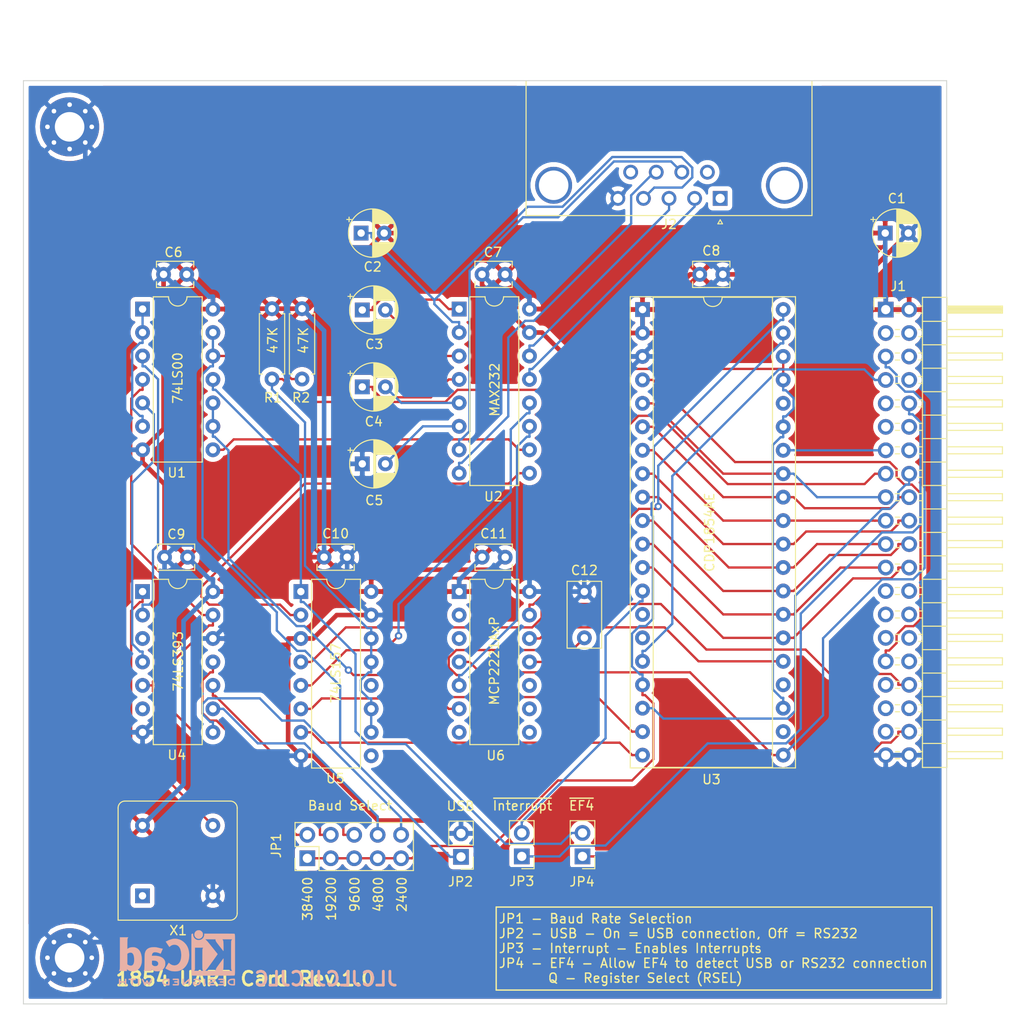
<source format=kicad_pcb>
(kicad_pcb (version 20171130) (host pcbnew 5.1.10)
  (layers (0 F.Cu signal) (31 B.Cu signal) (34 B.Paste user) (35 F.Paste user) (36 B.SilkS user) (37 F.SilkS user) (38 B.Mask user) (39 F.Mask user) (44 Edge.Cuts user))
  (net 0 "")
  (net 1 CLOCK)
  (net 2 GND)
  (net 3 VCC)
  (net 4 ~EF4)
  (net 5 ~EF3)
  (net 6 ~EF2)
  (net 7 ~EF1)
  (net 8 ~N7)
  (net 9 ~IOR)
  (net 10 ~IOW)
  (net 11 D0)
  (net 12 D1)
  (net 13 D2)
  (net 14 D3)
  (net 15 D4)
  (net 16 D5)
  (net 17 D6)
  (net 18 D7)
  (net 19 TPB)
  (net 20 TPA)
  (net 21 ~MRD)
  (net 22 ~MWR)
  (net 23 SC0)
  (net 24 ~INTERRUPT)
  (net 25 SC1)
  (net 26 ~DMA_OUT)
  (net 27 Q)
  (net 28 ~DMA_IN)
  (net 29 ~CLEAR)
  (net 30 ~WAIT)
  (net 31 ~N1)
  (net 32 ~N2)
  (net 33 ~N3)
  (net 34 ~N4)
  (net 35 ~N5)
  (net 36 ~N6)
  (net 37 /19200)
  (net 38 "Net-(U1-Pad1)")
  (net 39 "Net-(U1-Pad5)")
  (net 40 "Net-(U1-Pad10)")
  (net 41 "Net-(U1-Pad3)")
  (net 42 "Net-(U1-Pad8)")
  (net 43 "Net-(C3-Pad2)")
  (net 44 "Net-(C3-Pad1)")
  (net 45 "Net-(C4-Pad1)")
  (net 46 "Net-(C5-Pad2)")
  (net 47 "Net-(JP1-Pad2)")
  (net 48 "Net-(U3-Pad36)")
  (net 49 "Net-(U3-Pad15)")
  (net 50 "Net-(U3-Pad14)")
  (net 51 "Net-(C4-Pad2)")
  (net 52 USB_D-)
  (net 53 USB_D+)
  (net 54 "Net-(U3-Pad24)")
  (net 55 "Net-(U3-Pad22)")
  (net 56 "Net-(U5-Pad9)")
  (net 57 "Net-(C12-Pad1)")
  (net 58 /CTS)
  (net 59 /RTS)
  (net 60 /TX)
  (net 61 /RX)
  (net 62 High)
  (net 63 "Net-(U3-Pad20)")
  (net 64 "Net-(U3-Pad39)")
  (net 65 "Net-(U5-Pad6)")
  (net 66 "Net-(U6-Pad9)")
  (net 67 "Net-(J2-Pad6)")
  (net 68 /DTR)
  (net 69 "Net-(JP4-Pad2)")
  (net 70 "Net-(J2-Pad9)")
  (net 71 "Net-(J2-Pad1)")
  (net 72 "Net-(X1-Pad1)")
  (net 73 "Net-(JP1-Pad10)")
  (net 74 "Net-(JP1-Pad8)")
  (net 75 "Net-(JP1-Pad6)")
  (net 76 "Net-(JP1-Pad4)")
  (net 77 "Net-(JP2-Pad1)")
  (net 78 "Net-(JP3-Pad2)")
  (net 79 "Net-(U2-Pad12)")
  (net 80 "Net-(U2-Pad11)")
  (net 81 "Net-(U2-Pad9)")
  (net 82 "Net-(U4-Pad6)")
  (net 83 "Net-(U4-Pad3)")
  (net 84 "Net-(U4-Pad1)")
  (net 85 "Net-(U5-Pad12)")
  (net 86 "Net-(U6-Pad7)")
  (net 87 "Net-(U6-Pad10)")
  (net 88 "Net-(U6-Pad3)")
  (net 89 "Net-(U6-Pad2)")
  (net 90 "Net-(U6-Pad8)")
  (module Resistor_THT:R_Axial_DIN0207_L6.3mm_D2.5mm_P7.62mm_Horizontal (layer F.Cu) (at 130.175 74.6976 270)
    (fp_text reference R2 (at 9.6432 0.1016) (layer F.SilkS))
    (fp_text value 47K (at 3.4456 -0.1524 90) (layer F.SilkS))
    (pad 2 thru_hole oval (at 7.62 0 270) (size 1.6 1.6) (drill 0.8) (layers *.Cu *.Mask) (net 77 "Net-(JP2-Pad1)"))
    (pad 1 thru_hole circle (at 0 0 270) (size 1.6 1.6) (drill 0.8) (layers *.Cu *.Mask) (net 3 VCC))
  )
  (module Connector_PinHeader_2.54mm:PinHeader_1x02_P2.54mm_Vertical (layer F.Cu) (at 147.396 134.074 180)
    (fp_text reference JP2 (at 0.0508 -2.6924) (layer F.SilkS))
    (fp_text value USB (at 0.0508 5.4962) (layer F.SilkS))
    (pad 2 thru_hole oval (at 0 2.54 180) (size 1.7 1.7) (drill 1) (layers *.Cu *.Mask) (net 2 GND))
    (pad 1 thru_hole rect (at 0 0 180) (size 1.7 1.7) (drill 1) (layers *.Cu *.Mask) (net 77 "Net-(JP2-Pad1)"))
  )
  (module Capacitor_THT:C_Rect_L7.0mm_W3.5mm_P5.00mm (layer F.Cu) (at 160.757 110.35 90)
    (fp_text reference C12 (at 7.3152 0) (layer F.SilkS))
    (fp_text value 330nf)
    (pad 2 thru_hole circle (at 5 0 90) (size 1.6 1.6) (drill 0.8) (layers *.Cu *.Mask) (net 2 GND))
    (pad 1 thru_hole circle (at 0 0 90) (size 1.6 1.6) (drill 0.8) (layers *.Cu *.Mask) (net 57 "Net-(C12-Pad1)"))
  )
  (module Connector_Dsub:DSUB-9_Male_Horizontal_P2.77x2.84mm_EdgePinOffset9.90mm_Housed_MountingHolesOffset11.32mm (layer F.Cu) (at 175.469 62.7508 180)
    (fp_text reference J2 (at 5.54 -2.8) (layer F.SilkS))
    (fp_text value "DB9_ Male")
    (pad 0 thru_hole circle (at 18.04 1.42 180) (size 4 4) (drill 3.2) (layers *.Cu *.Mask))
    (pad 0 thru_hole circle (at -6.96 1.42 180) (size 4 4) (drill 3.2) (layers *.Cu *.Mask))
    (pad 9 thru_hole circle (at 9.695 2.84 180) (size 1.6 1.6) (drill 1) (layers *.Cu *.Mask) (net 70 "Net-(J2-Pad9)"))
    (pad 8 thru_hole circle (at 6.925 2.84 180) (size 1.6 1.6) (drill 1) (layers *.Cu *.Mask) (net 58 /CTS))
    (pad 7 thru_hole circle (at 4.155 2.84 180) (size 1.6 1.6) (drill 1) (layers *.Cu *.Mask) (net 59 /RTS))
    (pad 6 thru_hole circle (at 1.385 2.84 180) (size 1.6 1.6) (drill 1) (layers *.Cu *.Mask) (net 67 "Net-(J2-Pad6)"))
    (pad 5 thru_hole circle (at 11.08 0 180) (size 1.6 1.6) (drill 1) (layers *.Cu *.Mask) (net 2 GND))
    (pad 4 thru_hole circle (at 8.31 0 180) (size 1.6 1.6) (drill 1) (layers *.Cu *.Mask) (net 68 /DTR))
    (pad 3 thru_hole circle (at 5.54 0 180) (size 1.6 1.6) (drill 1) (layers *.Cu *.Mask) (net 60 /TX))
    (pad 2 thru_hole circle (at 2.77 0 180) (size 1.6 1.6) (drill 1) (layers *.Cu *.Mask) (net 61 /RX))
    (pad 1 thru_hole rect (at 0 0 180) (size 1.6 1.6) (drill 1) (layers *.Cu *.Mask) (net 71 "Net-(J2-Pad1)"))
  )
  (module Package_DIP:DIP-16_W7.62mm (layer F.Cu) (at 130.048 105.34)
    (fp_text reference U5 (at 3.7338 20.25) (layer F.SilkS))
    (fp_text value 74LS157 (at 3.7846 8.82 90) (layer F.SilkS))
    (pad 16 thru_hole oval (at 7.62 0) (size 1.6 1.6) (drill 0.8) (layers *.Cu *.Mask) (net 3 VCC))
    (pad 8 thru_hole oval (at 0 17.78) (size 1.6 1.6) (drill 0.8) (layers *.Cu *.Mask) (net 2 GND))
    (pad 15 thru_hole oval (at 7.62 2.54) (size 1.6 1.6) (drill 0.8) (layers *.Cu *.Mask) (net 2 GND))
    (pad 7 thru_hole oval (at 0 15.24) (size 1.6 1.6) (drill 0.8) (layers *.Cu *.Mask) (net 63 "Net-(U3-Pad20)"))
    (pad 14 thru_hole oval (at 7.62 5.08) (size 1.6 1.6) (drill 0.8) (layers *.Cu *.Mask) (net 62 High))
    (pad 6 thru_hole oval (at 0 12.7) (size 1.6 1.6) (drill 0.8) (layers *.Cu *.Mask) (net 65 "Net-(U5-Pad6)"))
    (pad 13 thru_hole oval (at 7.62 7.62) (size 1.6 1.6) (drill 0.8) (layers *.Cu *.Mask) (net 62 High))
    (pad 5 thru_hole oval (at 0 10.16) (size 1.6 1.6) (drill 0.8) (layers *.Cu *.Mask) (net 79 "Net-(U2-Pad12)"))
    (pad 12 thru_hole oval (at 7.62 10.16) (size 1.6 1.6) (drill 0.8) (layers *.Cu *.Mask) (net 85 "Net-(U5-Pad12)"))
    (pad 4 thru_hole oval (at 0 7.62) (size 1.6 1.6) (drill 0.8) (layers *.Cu *.Mask) (net 64 "Net-(U3-Pad39)"))
    (pad 11 thru_hole oval (at 7.62 12.7) (size 1.6 1.6) (drill 0.8) (layers *.Cu *.Mask) (net 62 High))
    (pad 3 thru_hole oval (at 0 5.08) (size 1.6 1.6) (drill 0.8) (layers *.Cu *.Mask) (net 2 GND))
    (pad 10 thru_hole oval (at 7.62 15.24) (size 1.6 1.6) (drill 0.8) (layers *.Cu *.Mask) (net 62 High))
    (pad 2 thru_hole oval (at 0 2.54) (size 1.6 1.6) (drill 0.8) (layers *.Cu *.Mask) (net 81 "Net-(U2-Pad9)"))
    (pad 9 thru_hole oval (at 7.62 17.78) (size 1.6 1.6) (drill 0.8) (layers *.Cu *.Mask) (net 56 "Net-(U5-Pad9)"))
    (pad 1 thru_hole rect (at 0 0) (size 1.6 1.6) (drill 0.8) (layers *.Cu *.Mask) (net 69 "Net-(JP4-Pad2)"))
  )
  (module Connector_PinHeader_2.54mm:PinHeader_1x02_P2.54mm_Vertical (layer F.Cu) (at 160.557 134.023 180)
    (fp_text reference JP4 (at 0.054 -2.7432) (layer F.SilkS))
    (fp_text value ~EF4 (at 0.1048 5.4864) (layer F.SilkS))
    (pad 2 thru_hole oval (at 0 2.54 180) (size 1.7 1.7) (drill 1) (layers *.Cu *.Mask) (net 69 "Net-(JP4-Pad2)"))
    (pad 1 thru_hole rect (at 0 0 180) (size 1.7 1.7) (drill 1) (layers *.Cu *.Mask) (net 4 ~EF4))
  )
  (module Capacitor_THT:C_Disc_D3.8mm_W2.6mm_P2.50mm (layer F.Cu) (at 149.682 101.613)
    (fp_text reference C11 (at 1.25 -2.55) (layer F.SilkS))
    (fp_text value 100nF)
    (pad 2 thru_hole circle (at 2.5 0) (size 1.6 1.6) (drill 0.8) (layers *.Cu *.Mask) (net 2 GND))
    (pad 1 thru_hole circle (at 0 0) (size 1.6 1.6) (drill 0.8) (layers *.Cu *.Mask) (net 3 VCC))
  )
  (module Capacitor_THT:C_Disc_D3.8mm_W2.6mm_P2.50mm (layer F.Cu) (at 132.563 101.613)
    (fp_text reference C10 (at 1.25 -2.55) (layer F.SilkS))
    (fp_text value 100nF)
    (pad 2 thru_hole circle (at 2.5 0) (size 1.6 1.6) (drill 0.8) (layers *.Cu *.Mask) (net 2 GND))
    (pad 1 thru_hole circle (at 0 0) (size 1.6 1.6) (drill 0.8) (layers *.Cu *.Mask) (net 3 VCC))
  )
  (module Package_DIP:DIP-14_W7.62mm (layer F.Cu) (at 147.193 105.34)
    (fp_text reference U6 (at 3.9624 17.7608) (layer F.SilkS))
    (fp_text value MCP2221AxP (at 3.81 7.4992 90) (layer F.SilkS))
    (pad 14 thru_hole oval (at 7.62 0) (size 1.6 1.6) (drill 0.8) (layers *.Cu *.Mask) (net 2 GND))
    (pad 7 thru_hole oval (at 0 15.24) (size 1.6 1.6) (drill 0.8) (layers *.Cu *.Mask) (net 86 "Net-(U6-Pad7)"))
    (pad 13 thru_hole oval (at 7.62 2.54) (size 1.6 1.6) (drill 0.8) (layers *.Cu *.Mask) (net 53 USB_D+))
    (pad 6 thru_hole oval (at 0 12.7) (size 1.6 1.6) (drill 0.8) (layers *.Cu *.Mask) (net 65 "Net-(U5-Pad6)"))
    (pad 12 thru_hole oval (at 7.62 5.08) (size 1.6 1.6) (drill 0.8) (layers *.Cu *.Mask) (net 52 USB_D-))
    (pad 5 thru_hole oval (at 0 10.16) (size 1.6 1.6) (drill 0.8) (layers *.Cu *.Mask) (net 80 "Net-(U2-Pad11)"))
    (pad 11 thru_hole oval (at 7.62 7.62) (size 1.6 1.6) (drill 0.8) (layers *.Cu *.Mask) (net 57 "Net-(C12-Pad1)"))
    (pad 4 thru_hole oval (at 0 7.62) (size 1.6 1.6) (drill 0.8) (layers *.Cu *.Mask) (net 29 ~CLEAR))
    (pad 10 thru_hole oval (at 7.62 10.16) (size 1.6 1.6) (drill 0.8) (layers *.Cu *.Mask) (net 87 "Net-(U6-Pad10)"))
    (pad 3 thru_hole oval (at 0 5.08) (size 1.6 1.6) (drill 0.8) (layers *.Cu *.Mask) (net 88 "Net-(U6-Pad3)"))
    (pad 9 thru_hole oval (at 7.62 12.7) (size 1.6 1.6) (drill 0.8) (layers *.Cu *.Mask) (net 66 "Net-(U6-Pad9)"))
    (pad 2 thru_hole oval (at 0 2.54) (size 1.6 1.6) (drill 0.8) (layers *.Cu *.Mask) (net 89 "Net-(U6-Pad2)"))
    (pad 8 thru_hole oval (at 7.62 15.24) (size 1.6 1.6) (drill 0.8) (layers *.Cu *.Mask) (net 90 "Net-(U6-Pad8)"))
    (pad 1 thru_hole rect (at 0 0) (size 1.6 1.6) (drill 0.8) (layers *.Cu *.Mask) (net 3 VCC))
  )
  (module Capacitor_THT:C_Disc_D3.8mm_W2.6mm_P2.50mm (layer F.Cu) (at 117.78 101.613 180)
    (fp_text reference C9 (at 1.2192 2.4892) (layer F.SilkS))
    (fp_text value 100nF)
    (pad 2 thru_hole circle (at 2.5 0 180) (size 1.6 1.6) (drill 0.8) (layers *.Cu *.Mask) (net 2 GND))
    (pad 1 thru_hole circle (at 0 0 180) (size 1.6 1.6) (drill 0.8) (layers *.Cu *.Mask) (net 3 VCC))
  )
  (module Capacitor_THT:C_Disc_D3.8mm_W2.6mm_P2.50mm (layer F.Cu) (at 173.254 70.9804)
    (fp_text reference C8 (at 1.25 -2.55) (layer F.SilkS))
    (fp_text value 100nF)
    (pad 2 thru_hole circle (at 2.5 0) (size 1.6 1.6) (drill 0.8) (layers *.Cu *.Mask) (net 2 GND))
    (pad 1 thru_hole circle (at 0 0) (size 1.6 1.6) (drill 0.8) (layers *.Cu *.Mask) (net 3 VCC))
  )
  (module Capacitor_THT:C_Disc_D3.8mm_W2.6mm_P2.50mm (layer F.Cu) (at 152.172 70.9804 180)
    (fp_text reference C7 (at 1.3208 2.3876) (layer F.SilkS))
    (fp_text value 100nF)
    (pad 2 thru_hole circle (at 2.5 0 180) (size 1.6 1.6) (drill 0.8) (layers *.Cu *.Mask) (net 2 GND))
    (pad 1 thru_hole circle (at 0 0 180) (size 1.6 1.6) (drill 0.8) (layers *.Cu *.Mask) (net 3 VCC))
  )
  (module Capacitor_THT:C_Disc_D3.8mm_W2.6mm_P2.50mm (layer F.Cu) (at 117.678 70.9804 180)
    (fp_text reference C6 (at 1.4224 2.3876) (layer F.SilkS))
    (fp_text value 100nF)
    (pad 2 thru_hole circle (at 2.5 0 180) (size 1.6 1.6) (drill 0.8) (layers *.Cu *.Mask) (net 2 GND))
    (pad 1 thru_hole circle (at 0 0 180) (size 1.6 1.6) (drill 0.8) (layers *.Cu *.Mask) (net 3 VCC))
  )
  (module Connector_PinHeader_2.54mm:PinHeader_2x05_P2.54mm_Vertical (layer F.Cu) (at 130.748 134.226 90)
    (fp_text reference JP1 (at 1.3716 -3.367 90) (layer F.SilkS))
    (fp_text value "Baud Select" (at 5.6994 4.6228) (layer F.SilkS))
    (pad 10 thru_hole oval (at 2.54 10.16 90) (size 1.7 1.7) (drill 1) (layers *.Cu *.Mask) (net 73 "Net-(JP1-Pad10)"))
    (pad 9 thru_hole oval (at 0 10.16 90) (size 1.7 1.7) (drill 1) (layers *.Cu *.Mask) (net 37 /19200))
    (pad 8 thru_hole oval (at 2.54 7.62 90) (size 1.7 1.7) (drill 1) (layers *.Cu *.Mask) (net 74 "Net-(JP1-Pad8)"))
    (pad 7 thru_hole oval (at 0 7.62 90) (size 1.7 1.7) (drill 1) (layers *.Cu *.Mask) (net 37 /19200))
    (pad 6 thru_hole oval (at 2.54 5.08 90) (size 1.7 1.7) (drill 1) (layers *.Cu *.Mask) (net 75 "Net-(JP1-Pad6)"))
    (pad 5 thru_hole oval (at 0 5.08 90) (size 1.7 1.7) (drill 1) (layers *.Cu *.Mask) (net 37 /19200))
    (pad 4 thru_hole oval (at 2.54 2.54 90) (size 1.7 1.7) (drill 1) (layers *.Cu *.Mask) (net 76 "Net-(JP1-Pad4)"))
    (pad 3 thru_hole oval (at 0 2.54 90) (size 1.7 1.7) (drill 1) (layers *.Cu *.Mask) (net 37 /19200))
    (pad 2 thru_hole oval (at 2.54 0 90) (size 1.7 1.7) (drill 1) (layers *.Cu *.Mask) (net 47 "Net-(JP1-Pad2)"))
    (pad 1 thru_hole rect (at 0 0 90) (size 1.7 1.7) (drill 1) (layers *.Cu *.Mask) (net 37 /19200))
  )
  (module Capacitor_THT:CP_Radial_D5.0mm_P2.50mm (layer F.Cu) (at 136.703 83.1724)
    (fp_text reference C4 (at 1.2442 3.7592) (layer F.SilkS))
    (fp_text value 1uF)
    (pad 2 thru_hole circle (at 2.5 0) (size 1.6 1.6) (drill 0.8) (layers *.Cu *.Mask) (net 51 "Net-(C4-Pad2)"))
    (pad 1 thru_hole rect (at 0 0) (size 1.6 1.6) (drill 0.8) (layers *.Cu *.Mask) (net 45 "Net-(C4-Pad1)"))
  )
  (module Package_DIP:DIP-16_W7.62mm (layer F.Cu) (at 147.193 74.7404)
    (fp_text reference U2 (at 3.7084 20.3192) (layer F.SilkS))
    (fp_text value MAX232 (at 3.8608 8.7368 90) (layer F.SilkS))
    (pad 16 thru_hole oval (at 7.62 0) (size 1.6 1.6) (drill 0.8) (layers *.Cu *.Mask) (net 3 VCC))
    (pad 8 thru_hole oval (at 0 17.78) (size 1.6 1.6) (drill 0.8) (layers *.Cu *.Mask) (net 58 /CTS))
    (pad 15 thru_hole oval (at 7.62 2.54) (size 1.6 1.6) (drill 0.8) (layers *.Cu *.Mask) (net 2 GND))
    (pad 7 thru_hole oval (at 0 15.24) (size 1.6 1.6) (drill 0.8) (layers *.Cu *.Mask) (net 59 /RTS))
    (pad 14 thru_hole oval (at 7.62 5.08) (size 1.6 1.6) (drill 0.8) (layers *.Cu *.Mask) (net 60 /TX))
    (pad 6 thru_hole oval (at 0 12.7) (size 1.6 1.6) (drill 0.8) (layers *.Cu *.Mask) (net 46 "Net-(C5-Pad2)"))
    (pad 13 thru_hole oval (at 7.62 7.62) (size 1.6 1.6) (drill 0.8) (layers *.Cu *.Mask) (net 61 /RX))
    (pad 5 thru_hole oval (at 0 10.16) (size 1.6 1.6) (drill 0.8) (layers *.Cu *.Mask) (net 51 "Net-(C4-Pad2)"))
    (pad 12 thru_hole oval (at 7.62 10.16) (size 1.6 1.6) (drill 0.8) (layers *.Cu *.Mask) (net 79 "Net-(U2-Pad12)"))
    (pad 4 thru_hole oval (at 0 7.62) (size 1.6 1.6) (drill 0.8) (layers *.Cu *.Mask) (net 45 "Net-(C4-Pad1)"))
    (pad 11 thru_hole oval (at 7.62 12.7) (size 1.6 1.6) (drill 0.8) (layers *.Cu *.Mask) (net 80 "Net-(U2-Pad11)"))
    (pad 3 thru_hole oval (at 0 5.08) (size 1.6 1.6) (drill 0.8) (layers *.Cu *.Mask) (net 43 "Net-(C3-Pad2)"))
    (pad 10 thru_hole oval (at 7.62 15.24) (size 1.6 1.6) (drill 0.8) (layers *.Cu *.Mask) (net 42 "Net-(U1-Pad8)"))
    (pad 2 thru_hole oval (at 0 2.54) (size 1.6 1.6) (drill 0.8) (layers *.Cu *.Mask) (net 68 /DTR))
    (pad 9 thru_hole oval (at 7.62 17.78) (size 1.6 1.6) (drill 0.8) (layers *.Cu *.Mask) (net 81 "Net-(U2-Pad9)"))
    (pad 1 thru_hole rect (at 0 0) (size 1.6 1.6) (drill 0.8) (layers *.Cu *.Mask) (net 44 "Net-(C3-Pad1)"))
  )
  (module Capacitor_THT:CP_Radial_D5.0mm_P2.50mm (layer F.Cu) (at 193.345 66.51)
    (fp_text reference C1 (at 1.25 -3.75) (layer F.SilkS))
    (fp_text value 10uF)
    (pad 2 thru_hole circle (at 2.5 0) (size 1.6 1.6) (drill 0.8) (layers *.Cu *.Mask) (net 2 GND))
    (pad 1 thru_hole rect (at 0 0) (size 1.6 1.6) (drill 0.8) (layers *.Cu *.Mask) (net 3 VCC))
  )
  (module Package_DIP:DIP-14_W7.62mm (layer F.Cu) (at 112.903 105.34)
    (fp_text reference U4 (at 3.7084 17.71) (layer F.SilkS))
    (fp_text value 74LS393 (at 3.8608 7.55 90) (layer F.SilkS))
    (pad 14 thru_hole oval (at 7.62 0) (size 1.6 1.6) (drill 0.8) (layers *.Cu *.Mask) (net 3 VCC))
    (pad 7 thru_hole oval (at 0 15.24) (size 1.6 1.6) (drill 0.8) (layers *.Cu *.Mask) (net 2 GND))
    (pad 13 thru_hole oval (at 7.62 2.54) (size 1.6 1.6) (drill 0.8) (layers *.Cu *.Mask) (net 47 "Net-(JP1-Pad2)"))
    (pad 6 thru_hole oval (at 0 12.7) (size 1.6 1.6) (drill 0.8) (layers *.Cu *.Mask) (net 82 "Net-(U4-Pad6)"))
    (pad 12 thru_hole oval (at 7.62 5.08) (size 1.6 1.6) (drill 0.8) (layers *.Cu *.Mask) (net 2 GND))
    (pad 5 thru_hole oval (at 0 10.16) (size 1.6 1.6) (drill 0.8) (layers *.Cu *.Mask) (net 47 "Net-(JP1-Pad2)"))
    (pad 11 thru_hole oval (at 7.62 7.62) (size 1.6 1.6) (drill 0.8) (layers *.Cu *.Mask) (net 76 "Net-(JP1-Pad4)"))
    (pad 4 thru_hole oval (at 0 7.62) (size 1.6 1.6) (drill 0.8) (layers *.Cu *.Mask) (net 39 "Net-(U1-Pad5)"))
    (pad 10 thru_hole oval (at 7.62 10.16) (size 1.6 1.6) (drill 0.8) (layers *.Cu *.Mask) (net 75 "Net-(JP1-Pad6)"))
    (pad 3 thru_hole oval (at 0 5.08) (size 1.6 1.6) (drill 0.8) (layers *.Cu *.Mask) (net 83 "Net-(U4-Pad3)"))
    (pad 9 thru_hole oval (at 7.62 12.7) (size 1.6 1.6) (drill 0.8) (layers *.Cu *.Mask) (net 74 "Net-(JP1-Pad8)"))
    (pad 2 thru_hole oval (at 0 2.54) (size 1.6 1.6) (drill 0.8) (layers *.Cu *.Mask) (net 41 "Net-(U1-Pad3)"))
    (pad 8 thru_hole oval (at 7.62 15.24) (size 1.6 1.6) (drill 0.8) (layers *.Cu *.Mask) (net 73 "Net-(JP1-Pad10)"))
    (pad 1 thru_hole rect (at 0 0) (size 1.6 1.6) (drill 0.8) (layers *.Cu *.Mask) (net 84 "Net-(U4-Pad1)"))
  )
  (module Package_DIP:DIP-14_W7.62mm (layer F.Cu) (at 112.903 74.7404)
    (fp_text reference U1 (at 3.7084 17.7284) (layer F.SilkS))
    (fp_text value 74LS00 (at 3.81 7.4668 90) (layer F.SilkS))
    (pad 14 thru_hole oval (at 7.62 0) (size 1.6 1.6) (drill 0.8) (layers *.Cu *.Mask) (net 3 VCC))
    (pad 7 thru_hole oval (at 0 15.24) (size 1.6 1.6) (drill 0.8) (layers *.Cu *.Mask) (net 2 GND))
    (pad 13 thru_hole oval (at 7.62 2.54) (size 1.6 1.6) (drill 0.8) (layers *.Cu *.Mask) (net 77 "Net-(JP2-Pad1)"))
    (pad 6 thru_hole oval (at 0 12.7) (size 1.6 1.6) (drill 0.8) (layers *.Cu *.Mask) (net 38 "Net-(U1-Pad1)"))
    (pad 12 thru_hole oval (at 7.62 5.08) (size 1.6 1.6) (drill 0.8) (layers *.Cu *.Mask) (net 77 "Net-(JP2-Pad1)"))
    (pad 5 thru_hole oval (at 0 10.16) (size 1.6 1.6) (drill 0.8) (layers *.Cu *.Mask) (net 39 "Net-(U1-Pad5)"))
    (pad 11 thru_hole oval (at 7.62 7.62) (size 1.6 1.6) (drill 0.8) (layers *.Cu *.Mask) (net 69 "Net-(JP4-Pad2)"))
    (pad 4 thru_hole oval (at 0 7.62) (size 1.6 1.6) (drill 0.8) (layers *.Cu *.Mask) (net 47 "Net-(JP1-Pad2)"))
    (pad 10 thru_hole oval (at 7.62 10.16) (size 1.6 1.6) (drill 0.8) (layers *.Cu *.Mask) (net 40 "Net-(U1-Pad10)"))
    (pad 3 thru_hole oval (at 0 5.08) (size 1.6 1.6) (drill 0.8) (layers *.Cu *.Mask) (net 41 "Net-(U1-Pad3)"))
    (pad 9 thru_hole oval (at 7.62 12.7) (size 1.6 1.6) (drill 0.8) (layers *.Cu *.Mask) (net 40 "Net-(U1-Pad10)"))
    (pad 2 thru_hole oval (at 0 2.54) (size 1.6 1.6) (drill 0.8) (layers *.Cu *.Mask) (net 38 "Net-(U1-Pad1)"))
    (pad 8 thru_hole oval (at 7.62 15.24) (size 1.6 1.6) (drill 0.8) (layers *.Cu *.Mask) (net 42 "Net-(U1-Pad8)"))
    (pad 1 thru_hole rect (at 0 0) (size 1.6 1.6) (drill 0.8) (layers *.Cu *.Mask) (net 38 "Net-(U1-Pad1)"))
  )
  (module Package_DIP:DIP-40_W15.24mm_Socket (layer F.Cu) (at 167.056 74.7904)
    (fp_text reference U3 (at 7.4676 50.9016) (layer F.SilkS))
    (fp_text value CDP1854AE (at 7.2644 24.13 90) (layer F.SilkS))
    (pad 40 thru_hole oval (at 15.24 0) (size 1.6 1.6) (drill 0.8) (layers *.Cu *.Mask) (net 37 /19200))
    (pad 20 thru_hole oval (at 0 48.26) (size 1.6 1.6) (drill 0.8) (layers *.Cu *.Mask) (net 63 "Net-(U3-Pad20)"))
    (pad 39 thru_hole oval (at 15.24 2.54) (size 1.6 1.6) (drill 0.8) (layers *.Cu *.Mask) (net 64 "Net-(U3-Pad39)"))
    (pad 19 thru_hole oval (at 0 45.72) (size 1.6 1.6) (drill 0.8) (layers *.Cu *.Mask) (net 40 "Net-(U1-Pad10)"))
    (pad 38 thru_hole oval (at 15.24 5.08) (size 1.6 1.6) (drill 0.8) (layers *.Cu *.Mask) (net 62 High))
    (pad 18 thru_hole oval (at 0 43.18) (size 1.6 1.6) (drill 0.8) (layers *.Cu *.Mask) (net 19 TPB))
    (pad 37 thru_hole oval (at 15.24 7.62) (size 1.6 1.6) (drill 0.8) (layers *.Cu *.Mask) (net 62 High))
    (pad 17 thru_hole oval (at 0 40.64) (size 1.6 1.6) (drill 0.8) (layers *.Cu *.Mask) (net 37 /19200))
    (pad 36 thru_hole oval (at 15.24 10.16) (size 1.6 1.6) (drill 0.8) (layers *.Cu *.Mask) (net 48 "Net-(U3-Pad36)"))
    (pad 16 thru_hole oval (at 0 38.1) (size 1.6 1.6) (drill 0.8) (layers *.Cu *.Mask) (net 27 Q))
    (pad 35 thru_hole oval (at 15.24 12.7) (size 1.6 1.6) (drill 0.8) (layers *.Cu *.Mask) (net 62 High))
    (pad 15 thru_hole oval (at 0 35.56) (size 1.6 1.6) (drill 0.8) (layers *.Cu *.Mask) (net 49 "Net-(U3-Pad15)"))
    (pad 34 thru_hole oval (at 15.24 15.24) (size 1.6 1.6) (drill 0.8) (layers *.Cu *.Mask) (net 21 ~MRD))
    (pad 14 thru_hole oval (at 0 33.02) (size 1.6 1.6) (drill 0.8) (layers *.Cu *.Mask) (net 50 "Net-(U3-Pad14)"))
    (pad 33 thru_hole oval (at 15.24 17.78) (size 1.6 1.6) (drill 0.8) (layers *.Cu *.Mask) (net 18 D7))
    (pad 13 thru_hole oval (at 0 30.48) (size 1.6 1.6) (drill 0.8) (layers *.Cu *.Mask) (net 78 "Net-(JP3-Pad2)"))
    (pad 32 thru_hole oval (at 15.24 20.32) (size 1.6 1.6) (drill 0.8) (layers *.Cu *.Mask) (net 17 D6))
    (pad 12 thru_hole oval (at 0 27.94) (size 1.6 1.6) (drill 0.8) (layers *.Cu *.Mask) (net 11 D0))
    (pad 31 thru_hole oval (at 15.24 22.86) (size 1.6 1.6) (drill 0.8) (layers *.Cu *.Mask) (net 16 D5))
    (pad 11 thru_hole oval (at 0 25.4) (size 1.6 1.6) (drill 0.8) (layers *.Cu *.Mask) (net 12 D1))
    (pad 30 thru_hole oval (at 15.24 25.4) (size 1.6 1.6) (drill 0.8) (layers *.Cu *.Mask) (net 15 D4))
    (pad 10 thru_hole oval (at 0 22.86) (size 1.6 1.6) (drill 0.8) (layers *.Cu *.Mask) (net 13 D2))
    (pad 29 thru_hole oval (at 15.24 27.94) (size 1.6 1.6) (drill 0.8) (layers *.Cu *.Mask) (net 14 D3))
    (pad 9 thru_hole oval (at 0 20.32) (size 1.6 1.6) (drill 0.8) (layers *.Cu *.Mask) (net 14 D3))
    (pad 28 thru_hole oval (at 15.24 30.48) (size 1.6 1.6) (drill 0.8) (layers *.Cu *.Mask) (net 13 D2))
    (pad 8 thru_hole oval (at 0 17.78) (size 1.6 1.6) (drill 0.8) (layers *.Cu *.Mask) (net 15 D4))
    (pad 27 thru_hole oval (at 15.24 33.02) (size 1.6 1.6) (drill 0.8) (layers *.Cu *.Mask) (net 12 D1))
    (pad 7 thru_hole oval (at 0 15.24) (size 1.6 1.6) (drill 0.8) (layers *.Cu *.Mask) (net 16 D5))
    (pad 26 thru_hole oval (at 15.24 35.56) (size 1.6 1.6) (drill 0.8) (layers *.Cu *.Mask) (net 11 D0))
    (pad 6 thru_hole oval (at 0 12.7) (size 1.6 1.6) (drill 0.8) (layers *.Cu *.Mask) (net 17 D6))
    (pad 25 thru_hole oval (at 15.24 38.1) (size 1.6 1.6) (drill 0.8) (layers *.Cu *.Mask) (net 80 "Net-(U2-Pad11)"))
    (pad 5 thru_hole oval (at 0 10.16) (size 1.6 1.6) (drill 0.8) (layers *.Cu *.Mask) (net 18 D7))
    (pad 24 thru_hole oval (at 15.24 40.64) (size 1.6 1.6) (drill 0.8) (layers *.Cu *.Mask) (net 54 "Net-(U3-Pad24)"))
    (pad 4 thru_hole oval (at 0 7.62) (size 1.6 1.6) (drill 0.8) (layers *.Cu *.Mask) (net 33 ~N3))
    (pad 23 thru_hole oval (at 15.24 43.18) (size 1.6 1.6) (drill 0.8) (layers *.Cu *.Mask) (net 62 High))
    (pad 3 thru_hole oval (at 0 5.08) (size 1.6 1.6) (drill 0.8) (layers *.Cu *.Mask) (net 2 GND))
    (pad 22 thru_hole oval (at 15.24 45.72) (size 1.6 1.6) (drill 0.8) (layers *.Cu *.Mask) (net 55 "Net-(U3-Pad22)"))
    (pad 2 thru_hole oval (at 0 2.54) (size 1.6 1.6) (drill 0.8) (layers *.Cu *.Mask) (net 3 VCC))
    (pad 21 thru_hole oval (at 15.24 48.26) (size 1.6 1.6) (drill 0.8) (layers *.Cu *.Mask) (net 29 ~CLEAR))
    (pad 1 thru_hole rect (at 0 0) (size 1.6 1.6) (drill 0.8) (layers *.Cu *.Mask) (net 3 VCC))
  )
  (module Oscillator:Oscillator_DIP-8 (layer F.Cu) (at 112.893 138.29)
    (fp_text reference X1 (at 3.8708 3.7592) (layer F.SilkS))
    (fp_text value CXO_DIP8)
    (pad 4 thru_hole circle (at 7.62 0) (size 1.6 1.6) (drill 0.8) (layers *.Cu *.Mask) (net 2 GND))
    (pad 5 thru_hole circle (at 7.62 -7.62) (size 1.6 1.6) (drill 0.8) (layers *.Cu *.Mask) (net 84 "Net-(U4-Pad1)"))
    (pad 8 thru_hole circle (at 0 -7.62) (size 1.6 1.6) (drill 0.8) (layers *.Cu *.Mask) (net 3 VCC))
    (pad 1 thru_hole rect (at 0 0) (size 1.6 1.6) (drill 0.8) (layers *.Cu *.Mask) (net 72 "Net-(X1-Pad1)"))
  )
  (module Connector_PinHeader_2.54mm:PinHeader_1x02_P2.54mm_Vertical (layer F.Cu) (at 153.977 134.023 180)
    (fp_text reference JP3 (at 0 -2.6924) (layer F.SilkS))
    (fp_text value ~Interrupt (at -0.0746 5.4864) (layer F.SilkS))
    (pad 2 thru_hole oval (at 0 2.54 180) (size 1.7 1.7) (drill 1) (layers *.Cu *.Mask) (net 78 "Net-(JP3-Pad2)"))
    (pad 1 thru_hole rect (at 0 0 180) (size 1.7 1.7) (drill 1) (layers *.Cu *.Mask) (net 24 ~INTERRUPT))
  )
  (module Resistor_THT:R_Axial_DIN0207_L6.3mm_D2.5mm_P7.62mm_Horizontal (layer F.Cu) (at 126.924 74.6976 270)
    (fp_text reference R1 (at 9.6432 -0.1016) (layer F.SilkS))
    (fp_text value 47K (at 3.429 -0.0766 90) (layer F.SilkS))
    (pad 2 thru_hole oval (at 7.62 0 270) (size 1.6 1.6) (drill 0.8) (layers *.Cu *.Mask) (net 62 High))
    (pad 1 thru_hole circle (at 0 0 270) (size 1.6 1.6) (drill 0.8) (layers *.Cu *.Mask) (net 3 VCC))
  )
  (module Capacitor_THT:CP_Radial_D5.0mm_P2.50mm (layer F.Cu) (at 136.703 74.8412)
    (fp_text reference C3 (at 1.295 3.7084) (layer F.SilkS))
    (fp_text value 1uF)
    (pad 2 thru_hole circle (at 2.5 0) (size 1.6 1.6) (drill 0.8) (layers *.Cu *.Mask) (net 43 "Net-(C3-Pad2)"))
    (pad 1 thru_hole rect (at 0 0) (size 1.6 1.6) (drill 0.8) (layers *.Cu *.Mask) (net 44 "Net-(C3-Pad1)"))
  )
  (module Capacitor_THT:CP_Radial_D5.0mm_P2.50mm (layer F.Cu) (at 136.576 66.51)
    (fp_text reference C2 (at 1.25 3.6576) (layer F.SilkS))
    (fp_text value 1uF)
    (pad 2 thru_hole circle (at 2.5 0) (size 1.6 1.6) (drill 0.8) (layers *.Cu *.Mask) (net 3 VCC))
    (pad 1 thru_hole rect (at 0 0) (size 1.6 1.6) (drill 0.8) (layers *.Cu *.Mask) (net 68 /DTR))
  )
  (module Capacitor_THT:CP_Radial_D5.0mm_P2.50mm (layer F.Cu) (at 136.703 91.5036)
    (fp_text reference C5 (at 1.295 3.9624) (layer F.SilkS))
    (fp_text value 1uF)
    (pad 2 thru_hole circle (at 2.5 0) (size 1.6 1.6) (drill 0.8) (layers *.Cu *.Mask) (net 46 "Net-(C5-Pad2)"))
    (pad 1 thru_hole rect (at 0 0) (size 1.6 1.6) (drill 0.8) (layers *.Cu *.Mask) (net 2 GND))
  )
  (module Symbol:KiCad-Logo2_5mm_SilkScreen (layer B.Cu) (at 116.637 144.996 180)
    (fp_text reference REF** hide)
    (fp_text value KiCad-Logo2_5mm_SilkScreen hide)
  )
  (module MountingHole:MountingHole_3.2mm_M3_Pad_Via (layer F.Cu) (at 105 145)
    (fp_text reference H2 hide)
    (fp_text value "Mounting Hole" hide)
    (pad 1 thru_hole circle (at 1.697056 -1.697056) (size 0.8 0.8) (drill 0.5) (layers *.Cu *.Mask) (net 2 GND))
    (pad 1 thru_hole circle (at 0 -2.4) (size 0.8 0.8) (drill 0.5) (layers *.Cu *.Mask) (net 2 GND))
    (pad 1 thru_hole circle (at -1.697056 -1.697056) (size 0.8 0.8) (drill 0.5) (layers *.Cu *.Mask) (net 2 GND))
    (pad 1 thru_hole circle (at -2.4 0) (size 0.8 0.8) (drill 0.5) (layers *.Cu *.Mask) (net 2 GND))
    (pad 1 thru_hole circle (at -1.697056 1.697056) (size 0.8 0.8) (drill 0.5) (layers *.Cu *.Mask) (net 2 GND))
    (pad 1 thru_hole circle (at 0 2.4) (size 0.8 0.8) (drill 0.5) (layers *.Cu *.Mask) (net 2 GND))
    (pad 1 thru_hole circle (at 1.697056 1.697056) (size 0.8 0.8) (drill 0.5) (layers *.Cu *.Mask) (net 2 GND))
    (pad 1 thru_hole circle (at 2.4 0) (size 0.8 0.8) (drill 0.5) (layers *.Cu *.Mask) (net 2 GND))
    (pad 1 thru_hole circle (at 0 0) (size 6.4 6.4) (drill 3.2) (layers *.Cu *.Mask) (net 2 GND))
  )
  (module MountingHole:MountingHole_3.2mm_M3_Pad_Via (layer F.Cu) (at 105 55)
    (fp_text reference H1 hide)
    (fp_text value "Mounting Hole" hide)
    (pad 1 thru_hole circle (at 1.697056 -1.697056) (size 0.8 0.8) (drill 0.5) (layers *.Cu *.Mask) (net 2 GND))
    (pad 1 thru_hole circle (at 0 -2.4) (size 0.8 0.8) (drill 0.5) (layers *.Cu *.Mask) (net 2 GND))
    (pad 1 thru_hole circle (at -1.697056 -1.697056) (size 0.8 0.8) (drill 0.5) (layers *.Cu *.Mask) (net 2 GND))
    (pad 1 thru_hole circle (at -2.4 0) (size 0.8 0.8) (drill 0.5) (layers *.Cu *.Mask) (net 2 GND))
    (pad 1 thru_hole circle (at -1.697056 1.697056) (size 0.8 0.8) (drill 0.5) (layers *.Cu *.Mask) (net 2 GND))
    (pad 1 thru_hole circle (at 0 2.4) (size 0.8 0.8) (drill 0.5) (layers *.Cu *.Mask) (net 2 GND))
    (pad 1 thru_hole circle (at 1.697056 1.697056) (size 0.8 0.8) (drill 0.5) (layers *.Cu *.Mask) (net 2 GND))
    (pad 1 thru_hole circle (at 2.4 0) (size 0.8 0.8) (drill 0.5) (layers *.Cu *.Mask) (net 2 GND))
    (pad 1 thru_hole circle (at 0 0) (size 6.4 6.4) (drill 3.2) (layers *.Cu *.Mask) (net 2 GND))
  )
  (module Connector_PinHeader_2.54mm:PinHeader_2x20_P2.54mm_Horizontal (layer F.Cu) (at 193.4 74.797)
    (fp_text reference J1 (at 1.361 -2.521) (layer F.SilkS))
    (fp_text value Conn_02x20_Odd_Even)
    (pad 40 thru_hole oval (at 2.54 48.26) (size 1.7 1.7) (drill 1) (layers *.Cu *.Mask) (net 2 GND))
    (pad 39 thru_hole oval (at 0 48.26) (size 1.7 1.7) (drill 1) (layers *.Cu *.Mask) (net 2 GND))
    (pad 38 thru_hole oval (at 2.54 45.72) (size 1.7 1.7) (drill 1) (layers *.Cu *.Mask) (net 4 ~EF4))
    (pad 37 thru_hole oval (at 0 45.72) (size 1.7 1.7) (drill 1) (layers *.Cu *.Mask) (net 5 ~EF3))
    (pad 36 thru_hole oval (at 2.54 43.18) (size 1.7 1.7) (drill 1) (layers *.Cu *.Mask) (net 6 ~EF2))
    (pad 35 thru_hole oval (at 0 43.18) (size 1.7 1.7) (drill 1) (layers *.Cu *.Mask) (net 7 ~EF1))
    (pad 34 thru_hole oval (at 2.54 40.64) (size 1.7 1.7) (drill 1) (layers *.Cu *.Mask) (net 52 USB_D-))
    (pad 33 thru_hole oval (at 0 40.64) (size 1.7 1.7) (drill 1) (layers *.Cu *.Mask) (net 31 ~N1))
    (pad 32 thru_hole oval (at 2.54 38.1) (size 1.7 1.7) (drill 1) (layers *.Cu *.Mask) (net 32 ~N2))
    (pad 31 thru_hole oval (at 0 38.1) (size 1.7 1.7) (drill 1) (layers *.Cu *.Mask) (net 33 ~N3))
    (pad 30 thru_hole oval (at 2.54 35.56) (size 1.7 1.7) (drill 1) (layers *.Cu *.Mask) (net 34 ~N4))
    (pad 29 thru_hole oval (at 0 35.56) (size 1.7 1.7) (drill 1) (layers *.Cu *.Mask) (net 35 ~N5))
    (pad 28 thru_hole oval (at 2.54 33.02) (size 1.7 1.7) (drill 1) (layers *.Cu *.Mask) (net 36 ~N6))
    (pad 27 thru_hole oval (at 0 33.02) (size 1.7 1.7) (drill 1) (layers *.Cu *.Mask) (net 8 ~N7))
    (pad 26 thru_hole oval (at 2.54 30.48) (size 1.7 1.7) (drill 1) (layers *.Cu *.Mask) (net 9 ~IOR))
    (pad 25 thru_hole oval (at 0 30.48) (size 1.7 1.7) (drill 1) (layers *.Cu *.Mask) (net 10 ~IOW))
    (pad 24 thru_hole oval (at 2.54 27.94) (size 1.7 1.7) (drill 1) (layers *.Cu *.Mask) (net 11 D0))
    (pad 23 thru_hole oval (at 0 27.94) (size 1.7 1.7) (drill 1) (layers *.Cu *.Mask) (net 12 D1))
    (pad 22 thru_hole oval (at 2.54 25.4) (size 1.7 1.7) (drill 1) (layers *.Cu *.Mask) (net 13 D2))
    (pad 21 thru_hole oval (at 0 25.4) (size 1.7 1.7) (drill 1) (layers *.Cu *.Mask) (net 14 D3))
    (pad 20 thru_hole oval (at 2.54 22.86) (size 1.7 1.7) (drill 1) (layers *.Cu *.Mask) (net 15 D4))
    (pad 19 thru_hole oval (at 0 22.86) (size 1.7 1.7) (drill 1) (layers *.Cu *.Mask) (net 16 D5))
    (pad 18 thru_hole oval (at 2.54 20.32) (size 1.7 1.7) (drill 1) (layers *.Cu *.Mask) (net 17 D6))
    (pad 17 thru_hole oval (at 0 20.32) (size 1.7 1.7) (drill 1) (layers *.Cu *.Mask) (net 18 D7))
    (pad 16 thru_hole oval (at 2.54 17.78) (size 1.7 1.7) (drill 1) (layers *.Cu *.Mask) (net 19 TPB))
    (pad 15 thru_hole oval (at 0 17.78) (size 1.7 1.7) (drill 1) (layers *.Cu *.Mask) (net 53 USB_D+))
    (pad 14 thru_hole oval (at 2.54 15.24) (size 1.7 1.7) (drill 1) (layers *.Cu *.Mask) (net 20 TPA))
    (pad 13 thru_hole oval (at 0 15.24) (size 1.7 1.7) (drill 1) (layers *.Cu *.Mask) (net 21 ~MRD))
    (pad 12 thru_hole oval (at 2.54 12.7) (size 1.7 1.7) (drill 1) (layers *.Cu *.Mask) (net 22 ~MWR))
    (pad 11 thru_hole oval (at 0 12.7) (size 1.7 1.7) (drill 1) (layers *.Cu *.Mask) (net 23 SC0))
    (pad 10 thru_hole oval (at 2.54 10.16) (size 1.7 1.7) (drill 1) (layers *.Cu *.Mask) (net 24 ~INTERRUPT))
    (pad 9 thru_hole oval (at 0 10.16) (size 1.7 1.7) (drill 1) (layers *.Cu *.Mask) (net 25 SC1))
    (pad 8 thru_hole oval (at 2.54 7.62) (size 1.7 1.7) (drill 1) (layers *.Cu *.Mask) (net 26 ~DMA_OUT))
    (pad 7 thru_hole oval (at 0 7.62) (size 1.7 1.7) (drill 1) (layers *.Cu *.Mask) (net 27 Q))
    (pad 6 thru_hole oval (at 2.54 5.08) (size 1.7 1.7) (drill 1) (layers *.Cu *.Mask) (net 28 ~DMA_IN))
    (pad 5 thru_hole oval (at 0 5.08) (size 1.7 1.7) (drill 1) (layers *.Cu *.Mask) (net 29 ~CLEAR))
    (pad 4 thru_hole oval (at 2.54 2.54) (size 1.7 1.7) (drill 1) (layers *.Cu *.Mask) (net 1 CLOCK))
    (pad 3 thru_hole oval (at 0 2.54) (size 1.7 1.7) (drill 1) (layers *.Cu *.Mask) (net 30 ~WAIT))
    (pad 2 thru_hole oval (at 2.54 0) (size 1.7 1.7) (drill 1) (layers *.Cu *.Mask) (net 3 VCC))
    (pad 1 thru_hole rect (at 0 0) (size 1.7 1.7) (drill 1) (layers *.Cu *.Mask) (net 3 VCC))
  )
  (gr_line (start 151.2064 139.5096) (end 151.2064 148.5012) (layer F.SilkS) (width 0.15))
  (gr_line (start 198.3996 139.5096) (end 151.2064 139.5096) (layer F.SilkS) (width 0.15))
  (gr_line (start 198.3996 148.5012) (end 198.3996 139.5096) (layer F.SilkS) (width 0.15))
  (gr_line (start 151.2064 148.5012) (end 198.3996 148.5012) (layer F.SilkS) (width 0.15))
  (gr_text "JP1 - Baud Rate Selection\nJP2 - USB - On = USB connection, Off = RS232\nJP3 - Interrupt - Enables Interrupts\nJP4 - EF4 - Allow EF4 to detect USB or RS232 connection\n       Q - Register Select (RSEL)" (at 151.4096 143.98) (layer F.SilkS) (effects (font (size 1 1)) (justify left)))
  (gr_text 2400 (at 140.9956 138.138 90) (layer F.SilkS) (effects (font (size 1 1))))
  (gr_text 4800 (at 138.4429 138.138 90) (layer F.SilkS) (effects (font (size 1 1))))
  (gr_text 9600 (at 135.8902 138.138 90) (layer F.SilkS) (effects (font (size 1 1))))
  (gr_text 19200 (at 133.3375 138.614191 90) (layer F.SilkS) (effects (font (size 1 1))))
  (gr_text 38400 (at 130.7848 138.614191 90) (layer F.SilkS) (effects (font (size 1 1))))
  (gr_text "1854 UART Card Rev.1.0" (at 124.0284 147.282) (layer F.SilkS) (effects (font (size 1.5 1.5) (thickness 0.3))))
  (gr_text JLCJLCJLCJLC (at 132.766 147.282) (layer B.SilkS) (effects (font (size 1.5 1.5) (thickness 0.3)) (justify mirror)))
  (gr_line (start 100 50) (end 200 50) (layer Edge.Cuts) (width 0.1))
  (gr_line (start 100 150) (end 100 50) (layer Edge.Cuts) (width 0.1))
  (gr_line (start 200 150) (end 100 150) (layer Edge.Cuts) (width 0.1))
  (gr_line (start 200 50) (end 200 150) (layer Edge.Cuts) (width 0.1))
  (segment (start 103.3029 53.3029) (end 104.674 53.3029) (width 0.5) (layer B.Cu) (net 2))
  (segment (start 104.674 53.3029) (end 105 52.9769) (width 0.5) (layer B.Cu) (net 2))
  (segment (start 105 52.9769) (end 105 52.6) (width 0.5) (layer B.Cu) (net 2))
  (segment (start 105.326 53.3029) (end 105 52.9769) (width 0.5) (layer B.Cu) (net 2))
  (segment (start 102.6 55) (end 103.3029 54.2971) (width 0.5) (layer B.Cu) (net 2))
  (segment (start 103.3029 54.2971) (end 103.3029 53.3029) (width 0.5) (layer B.Cu) (net 2))
  (segment (start 105.326 53.3029) (end 106.6971 53.3029) (width 0.5) (layer B.Cu) (net 2))
  (segment (start 105.326 54.674) (end 105.326 53.3029) (width 0.5) (layer B.Cu) (net 2))
  (segment (start 104.5029 144.5029) (end 104.2971 144.2971) (width 0.5) (layer B.Cu) (net 2))
  (segment (start 104.2971 144.2971) (end 103.3029 144.2971) (width 0.5) (layer B.Cu) (net 2))
  (segment (start 105 145) (end 104.5029 144.5029) (width 0.5) (layer B.Cu) (net 2))
  (segment (start 105.7029 143.3029) (end 104.5029 144.5029) (width 0.5) (layer B.Cu) (net 2))
  (segment (start 105.7029 143.3029) (end 105 142.6) (width 0.5) (layer B.Cu) (net 2))
  (segment (start 106.6971 143.3029) (end 105.7029 143.3029) (width 0.5) (layer B.Cu) (net 2))
  (segment (start 107.4 143.3029) (end 106.6971 143.3029) (width 0.5) (layer B.Cu) (net 2))
  (segment (start 150.9589 102.8361) (end 152.182 101.613) (width 0.5) (layer F.Cu) (net 2))
  (segment (start 135.063 101.613) (end 136.4182 102.9682) (width 0.5) (layer F.Cu) (net 2))
  (segment (start 136.4182 102.9682) (end 150.8268 102.9682) (width 0.5) (layer F.Cu) (net 2))
  (segment (start 150.8268 102.9682) (end 150.9589 102.8361) (width 0.5) (layer F.Cu) (net 2))
  (segment (start 153.4627 105.34) (end 150.9589 102.8361) (width 0.5) (layer F.Cu) (net 2))
  (segment (start 154.813 105.34) (end 153.4627 105.34) (width 0.5) (layer F.Cu) (net 2))
  (segment (start 120.523 110.42) (end 121.8917 109.0513) (width 0.5) (layer B.Cu) (net 2))
  (segment (start 121.8917 109.0513) (end 121.8917 103.8018) (width 0.5) (layer B.Cu) (net 2))
  (segment (start 121.8917 103.8018) (end 118.3216 100.2317) (width 0.5) (layer B.Cu) (net 2))
  (segment (start 118.3216 100.2317) (end 116.6613 100.2317) (width 0.5) (layer B.Cu) (net 2))
  (segment (start 116.6613 100.2317) (end 115.28 101.613) (width 0.5) (layer B.Cu) (net 2))
  (segment (start 147.396 131.534) (end 148.7963 131.534) (width 0.5) (layer B.Cu) (net 2))
  (segment (start 193.4 123.057) (end 191.9997 123.057) (width 0.5) (layer B.Cu) (net 2))
  (segment (start 191.9997 123.057) (end 179.6323 135.4244) (width 0.5) (layer B.Cu) (net 2))
  (segment (start 152.6867 135.4244) (end 148.7963 131.534) (width 0.5) (layer B.Cu) (net 2))
  (segment (start 154.813 77.2804) (end 156.1633 77.2804) (width 0.5) (layer F.Cu) (net 2))
  (segment (start 167.056 79.8704) (end 158.7533 79.8704) (width 0.5) (layer F.Cu) (net 2))
  (segment (start 158.7533 79.8704) (end 156.1633 77.2804) (width 0.5) (layer F.Cu) (net 2))
  (segment (start 160.747 105.34) (end 160.757 105.35) (width 0.5) (layer B.Cu) (net 2))
  (segment (start 156.1633 105.34) (end 160.747 105.34) (width 0.5) (layer B.Cu) (net 2))
  (segment (start 167.056 79.8704) (end 160.747 86.1794) (width 0.5) (layer B.Cu) (net 2))
  (segment (start 160.747 86.1794) (end 160.747 105.34) (width 0.5) (layer B.Cu) (net 2))
  (segment (start 175.754 70.9804) (end 167.056 79.6784) (width 0.5) (layer B.Cu) (net 2))
  (segment (start 167.056 79.6784) (end 167.056 79.8704) (width 0.5) (layer B.Cu) (net 2))
  (segment (start 135.063 101.613) (end 136.703 99.973) (width 0.5) (layer B.Cu) (net 2))
  (segment (start 136.703 99.973) (end 136.703 91.5036) (width 0.5) (layer B.Cu) (net 2))
  (segment (start 135.063 101.613) (end 135.063 105.275) (width 0.5) (layer B.Cu) (net 2))
  (segment (start 135.063 105.275) (end 137.668 107.88) (width 0.5) (layer B.Cu) (net 2))
  (segment (start 130.048 110.42) (end 131.3983 110.42) (width 0.5) (layer F.Cu) (net 2))
  (segment (start 137.668 107.88) (end 133.9383 107.88) (width 0.5) (layer F.Cu) (net 2))
  (segment (start 133.9383 107.88) (end 131.3983 110.42) (width 0.5) (layer F.Cu) (net 2))
  (segment (start 115.28 101.613) (end 115.28 118.203) (width 0.5) (layer B.Cu) (net 2))
  (segment (start 115.28 118.203) (end 112.903 120.58) (width 0.5) (layer B.Cu) (net 2))
  (segment (start 130.048 110.42) (end 128.6977 110.42) (width 0.5) (layer F.Cu) (net 2))
  (segment (start 128.6707 111.1086) (end 122.5619 111.1086) (width 0.5) (layer F.Cu) (net 2))
  (segment (start 122.5619 111.1086) (end 121.8733 110.42) (width 0.5) (layer F.Cu) (net 2))
  (segment (start 128.6977 110.42) (end 128.6977 111.0816) (width 0.5) (layer F.Cu) (net 2))
  (segment (start 128.6977 111.0816) (end 128.6707 111.1086) (width 0.5) (layer F.Cu) (net 2))
  (segment (start 128.6707 111.1086) (end 128.6707 121.7427) (width 0.5) (layer F.Cu) (net 2))
  (segment (start 128.6707 121.7427) (end 130.048 123.12) (width 0.5) (layer F.Cu) (net 2))
  (segment (start 120.523 110.42) (end 121.8733 110.42) (width 0.5) (layer F.Cu) (net 2))
  (segment (start 120.513 138.29) (end 115.5001 143.3029) (width 0.5) (layer B.Cu) (net 2))
  (segment (start 115.5001 143.3029) (end 107.4 143.3029) (width 0.5) (layer B.Cu) (net 2))
  (segment (start 107.4 143.3029) (end 107.4 145) (width 0.5) (layer B.Cu) (net 2))
  (segment (start 130.048 124.4703) (end 120.513 134.0053) (width 0.5) (layer B.Cu) (net 2))
  (segment (start 120.513 134.0053) (end 120.513 138.29) (width 0.5) (layer B.Cu) (net 2))
  (segment (start 106.6971 57.4) (end 106.6971 62.4995) (width 0.5) (layer B.Cu) (net 2))
  (segment (start 106.6971 62.4995) (end 115.178 70.9804) (width 0.5) (layer B.Cu) (net 2))
  (segment (start 106.6971 56.6971) (end 106.6971 57.4) (width 0.5) (layer B.Cu) (net 2))
  (segment (start 106.6971 57.4) (end 105 57.4) (width 0.5) (layer B.Cu) (net 2))
  (segment (start 103.3029 144.2971) (end 103.3029 143.3029) (width 0.5) (layer B.Cu) (net 2))
  (segment (start 102.6 145) (end 103.3029 144.2971) (width 0.5) (layer B.Cu) (net 2))
  (segment (start 105 146.6971) (end 103.3029 146.6971) (width 0.5) (layer B.Cu) (net 2))
  (segment (start 105 146.6971) (end 105 147.4) (width 0.5) (layer B.Cu) (net 2))
  (segment (start 106.6971 146.6971) (end 105 146.6971) (width 0.5) (layer B.Cu) (net 2))
  (segment (start 105 145) (end 105 146.6971) (width 0.5) (layer B.Cu) (net 2))
  (segment (start 149.672 70.9804) (end 155.1798 65.4726) (width 0.5) (layer B.Cu) (net 2))
  (segment (start 155.1798 65.4726) (end 161.6672 65.4726) (width 0.5) (layer B.Cu) (net 2))
  (segment (start 161.6672 65.4726) (end 164.389 62.7508) (width 0.5) (layer B.Cu) (net 2))
  (segment (start 112.903 89.9804) (end 112.903 91.3307) (width 0.5) (layer F.Cu) (net 2))
  (segment (start 112.903 91.3307) (end 115.28 93.7077) (width 0.5) (layer F.Cu) (net 2))
  (segment (start 115.28 93.7077) (end 115.28 101.613) (width 0.5) (layer F.Cu) (net 2))
  (segment (start 115.178 70.9804) (end 115.178 87.7054) (width 0.5) (layer F.Cu) (net 2))
  (segment (start 115.178 87.7054) (end 112.903 89.9804) (width 0.5) (layer F.Cu) (net 2))
  (segment (start 130.048 123.12) (end 130.048 124.4703) (width 0.5) (layer B.Cu) (net 2))
  (segment (start 106.6971 55.3514) (end 106.6971 56.6971) (width 0.5) (layer B.Cu) (net 2))
  (segment (start 106.6971 55.3514) (end 106.0034 55.3514) (width 0.5) (layer B.Cu) (net 2))
  (segment (start 106.0034 55.3514) (end 105.326 54.674) (width 0.5) (layer B.Cu) (net 2))
  (segment (start 107.4 55) (end 107.0486 55.3514) (width 0.5) (layer B.Cu) (net 2))
  (segment (start 107.0486 55.3514) (end 106.6971 55.3514) (width 0.5) (layer B.Cu) (net 2))
  (segment (start 105 55) (end 105.326 54.674) (width 0.5) (layer B.Cu) (net 2))
  (segment (start 154.813 105.34) (end 156.1633 105.34) (width 0.5) (layer B.Cu) (net 2))
  (segment (start 130.048 123.12) (end 131.3983 123.12) (width 0.5) (layer F.Cu) (net 2))
  (segment (start 147.396 131.534) (end 145.9957 131.534) (width 0.5) (layer F.Cu) (net 2))
  (segment (start 145.9957 131.534) (end 144.5954 130.1337) (width 0.5) (layer F.Cu) (net 2))
  (segment (start 144.5954 130.1337) (end 138.412 130.1337) (width 0.5) (layer F.Cu) (net 2))
  (segment (start 138.412 130.1337) (end 131.3983 123.12) (width 0.5) (layer F.Cu) (net 2))
  (segment (start 154.813 77.2804) (end 149.672 72.1394) (width 0.5) (layer F.Cu) (net 2))
  (segment (start 149.672 72.1394) (end 149.672 70.9804) (width 0.5) (layer F.Cu) (net 2))
  (segment (start 195.845 66.51) (end 191.3746 70.9804) (width 0.5) (layer F.Cu) (net 2))
  (segment (start 191.3746 70.9804) (end 175.754 70.9804) (width 0.5) (layer F.Cu) (net 2))
  (segment (start 103.3029 56.6971) (end 102.6 55.9942) (width 0.5) (layer B.Cu) (net 2))
  (segment (start 102.6 55.9942) (end 102.6 55) (width 0.5) (layer B.Cu) (net 2))
  (segment (start 193.4 123.057) (end 195.94 123.057) (width 0.5) (layer F.Cu) (net 2))
  (segment (start 179.6323 135.4244) (end 152.6867 135.4244) (width 0.5) (layer B.Cu) (net 2))
  (segment (start 120.523 74.7404) (end 120.523 73.3901) (width 0.5) (layer B.Cu) (net 3))
  (segment (start 120.523 73.3901) (end 120.0877 73.3901) (width 0.5) (layer B.Cu) (net 3))
  (segment (start 120.0877 73.3901) (end 117.678 70.9804) (width 0.5) (layer B.Cu) (net 3))
  (segment (start 173.254 70.9804) (end 172.2163 70.9804) (width 0.5) (layer F.Cu) (net 3))
  (segment (start 172.2163 70.9804) (end 168.4063 74.7904) (width 0.5) (layer F.Cu) (net 3))
  (segment (start 167.056 74.7904) (end 168.4063 74.7904) (width 0.5) (layer F.Cu) (net 3))
  (segment (start 130.175 74.6976) (end 126.924 74.6976) (width 0.5) (layer F.Cu) (net 3))
  (segment (start 139.076 66.51) (end 130.8884 74.6976) (width 0.5) (layer F.Cu) (net 3))
  (segment (start 130.8884 74.6976) (end 130.175 74.6976) (width 0.5) (layer F.Cu) (net 3))
  (segment (start 120.523 105.34) (end 120.523 103.9897) (width 0.5) (layer B.Cu) (net 3))
  (segment (start 120.523 103.9897) (end 120.1567 103.9897) (width 0.5) (layer B.Cu) (net 3))
  (segment (start 120.1567 103.9897) (end 117.78 101.613) (width 0.5) (layer B.Cu) (net 3))
  (segment (start 193.4 74.797) (end 193.4 73.3967) (width 0.5) (layer B.Cu) (net 3))
  (segment (start 193.4 73.3967) (end 193.345 73.3417) (width 0.5) (layer B.Cu) (net 3))
  (segment (start 193.345 73.3417) (end 193.345 66.51) (width 0.5) (layer B.Cu) (net 3))
  (segment (start 147.193 105.34) (end 147.193 103.9897) (width 0.5) (layer B.Cu) (net 3))
  (segment (start 147.193 103.9897) (end 147.3053 103.9897) (width 0.5) (layer B.Cu) (net 3))
  (segment (start 147.3053 103.9897) (end 149.682 101.613) (width 0.5) (layer B.Cu) (net 3))
  (segment (start 137.668 105.34) (end 139.0183 105.34) (width 0.5) (layer F.Cu) (net 3))
  (segment (start 147.193 105.34) (end 145.8427 105.34) (width 0.5) (layer F.Cu) (net 3))
  (segment (start 145.8427 105.34) (end 139.0183 105.34) (width 0.5) (layer F.Cu) (net 3))
  (segment (start 132.563 101.613) (end 136.29 105.34) (width 0.5) (layer F.Cu) (net 3))
  (segment (start 136.29 105.34) (end 137.668 105.34) (width 0.5) (layer F.Cu) (net 3))
  (segment (start 121.8733 105.34) (end 125.6003 101.613) (width 0.5) (layer F.Cu) (net 3))
  (segment (start 125.6003 101.613) (end 132.563 101.613) (width 0.5) (layer F.Cu) (net 3))
  (segment (start 154.813 74.7404) (end 154.813 73.3901) (width 0.5) (layer B.Cu) (net 3))
  (segment (start 154.813 73.3901) (end 154.5817 73.3901) (width 0.5) (layer B.Cu) (net 3))
  (segment (start 154.5817 73.3901) (end 152.172 70.9804) (width 0.5) (layer B.Cu) (net 3))
  (segment (start 152.172 70.9804) (end 147.7016 66.51) (width 0.5) (layer F.Cu) (net 3))
  (segment (start 147.7016 66.51) (end 139.076 66.51) (width 0.5) (layer F.Cu) (net 3))
  (segment (start 120.523 74.7404) (end 121.8733 74.7404) (width 0.5) (layer F.Cu) (net 3))
  (segment (start 126.924 74.6976) (end 121.9161 74.6976) (width 0.5) (layer F.Cu) (net 3))
  (segment (start 121.9161 74.6976) (end 121.8733 74.7404) (width 0.5) (layer F.Cu) (net 3))
  (segment (start 120.523 105.34) (end 121.8733 105.34) (width 0.5) (layer F.Cu) (net 3))
  (segment (start 167.056 74.7904) (end 165.7057 74.7904) (width 0.5) (layer F.Cu) (net 3))
  (segment (start 154.813 74.7404) (end 165.6557 74.7404) (width 0.5) (layer F.Cu) (net 3))
  (segment (start 165.6557 74.7404) (end 165.7057 74.7904) (width 0.5) (layer F.Cu) (net 3))
  (segment (start 167.056 74.7904) (end 167.056 77.3304) (width 0.5) (layer B.Cu) (net 3))
  (segment (start 193.4 74.797) (end 195.94 74.797) (width 0.5) (layer F.Cu) (net 3))
  (segment (start 177.7244 66.51) (end 173.254 70.9804) (width 0.5) (layer F.Cu) (net 3))
  (segment (start 193.345 66.51) (end 177.7244 66.51) (width 0.5) (layer F.Cu) (net 3))
  (segment (start 132.563 77.0856) (end 132.563 101.613) (width 0.5) (layer B.Cu) (net 3))
  (segment (start 130.175 74.6976) (end 132.563 77.0856) (width 0.5) (layer B.Cu) (net 3))
  (segment (start 112.893 130.67) (end 117.3435 126.2195) (width 0.5) (layer B.Cu) (net 3))
  (segment (start 117.3435 126.2195) (end 117.3435 108.5195) (width 0.5) (layer B.Cu) (net 3))
  (segment (start 117.3435 108.5195) (end 120.523 105.34) (width 0.5) (layer B.Cu) (net 3))
  (segment (start 195.94 120.517) (end 194.7647 120.517) (width 0.25) (layer F.Cu) (net 4))
  (segment (start 194.7647 120.517) (end 194.7647 120.8844) (width 0.25) (layer F.Cu) (net 4))
  (segment (start 194.7647 120.8844) (end 193.9568 121.6923) (width 0.25) (layer F.Cu) (net 4))
  (segment (start 193.9568 121.6923) (end 192.9537 121.6923) (width 0.25) (layer F.Cu) (net 4))
  (segment (start 192.9537 121.6923) (end 180.623 134.023) (width 0.25) (layer F.Cu) (net 4))
  (segment (start 180.623 134.023) (end 160.557 134.023) (width 0.25) (layer F.Cu) (net 4))
  (segment (start 182.296 110.3504) (end 175.8013 110.3504) (width 0.25) (layer F.Cu) (net 11))
  (segment (start 175.8013 110.3504) (end 168.1813 102.7304) (width 0.25) (layer F.Cu) (net 11))
  (segment (start 182.296 110.3504) (end 183.4213 110.3504) (width 0.25) (layer F.Cu) (net 11))
  (segment (start 195.94 102.737) (end 194.7647 102.737) (width 0.25) (layer F.Cu) (net 11))
  (segment (start 194.7647 102.737) (end 194.7647 103.1044) (width 0.25) (layer F.Cu) (net 11))
  (segment (start 194.7647 103.1044) (end 193.9568 103.9123) (width 0.25) (layer F.Cu) (net 11))
  (segment (start 193.9568 103.9123) (end 189.8594 103.9123) (width 0.25) (layer F.Cu) (net 11))
  (segment (start 189.8594 103.9123) (end 183.4213 110.3504) (width 0.25) (layer F.Cu) (net 11))
  (segment (start 167.056 102.7304) (end 168.1813 102.7304) (width 0.25) (layer F.Cu) (net 11))
  (segment (start 182.296 107.8104) (end 183.4213 107.8104) (width 0.25) (layer F.Cu) (net 12))
  (segment (start 193.4 102.737) (end 188.4947 102.737) (width 0.25) (layer F.Cu) (net 12))
  (segment (start 188.4947 102.737) (end 183.4213 107.8104) (width 0.25) (layer F.Cu) (net 12))
  (segment (start 181.1707 107.8104) (end 175.8013 107.8104) (width 0.25) (layer F.Cu) (net 12))
  (segment (start 175.8013 107.8104) (end 168.1813 100.1904) (width 0.25) (layer F.Cu) (net 12))
  (segment (start 167.056 100.1904) (end 168.1813 100.1904) (width 0.25) (layer F.Cu) (net 12))
  (segment (start 182.296 107.8104) (end 181.1707 107.8104) (width 0.25) (layer F.Cu) (net 12))
  (segment (start 168.1813 97.6504) (end 175.8013 105.2704) (width 0.25) (layer F.Cu) (net 13))
  (segment (start 175.8013 105.2704) (end 181.1707 105.2704) (width 0.25) (layer F.Cu) (net 13))
  (segment (start 167.056 97.6504) (end 168.1813 97.6504) (width 0.25) (layer F.Cu) (net 13))
  (segment (start 182.296 105.2704) (end 183.4213 105.2704) (width 0.25) (layer F.Cu) (net 13))
  (segment (start 182.296 105.2704) (end 181.1707 105.2704) (width 0.25) (layer F.Cu) (net 13))
  (segment (start 194.7647 100.197) (end 194.7647 100.5644) (width 0.25) (layer F.Cu) (net 13))
  (segment (start 194.7647 100.5644) (end 193.9568 101.3723) (width 0.25) (layer F.Cu) (net 13))
  (segment (start 193.9568 101.3723) (end 187.3194 101.3723) (width 0.25) (layer F.Cu) (net 13))
  (segment (start 187.3194 101.3723) (end 183.4213 105.2704) (width 0.25) (layer F.Cu) (net 13))
  (segment (start 195.94 100.197) (end 194.7647 100.197) (width 0.25) (layer F.Cu) (net 13))
  (segment (start 181.1707 102.7304) (end 176.3982 102.7304) (width 0.25) (layer F.Cu) (net 14))
  (segment (start 176.3982 102.7304) (end 168.7782 95.1104) (width 0.25) (layer F.Cu) (net 14))
  (segment (start 168.7782 95.1104) (end 168.1813 95.1104) (width 0.25) (layer F.Cu) (net 14))
  (segment (start 167.056 95.1104) (end 168.1813 95.1104) (width 0.25) (layer F.Cu) (net 14))
  (segment (start 182.296 102.7304) (end 183.4213 102.7304) (width 0.25) (layer F.Cu) (net 14))
  (segment (start 193.4 100.197) (end 185.9547 100.197) (width 0.25) (layer F.Cu) (net 14))
  (segment (start 185.9547 100.197) (end 183.4213 102.7304) (width 0.25) (layer F.Cu) (net 14))
  (segment (start 182.296 102.7304) (end 181.1707 102.7304) (width 0.25) (layer F.Cu) (net 14))
  (segment (start 182.296 100.1904) (end 183.4213 100.1904) (width 0.25) (layer F.Cu) (net 15))
  (segment (start 167.056 92.5704) (end 168.1813 92.5704) (width 0.25) (layer F.Cu) (net 15))
  (segment (start 168.1813 92.5704) (end 175.8013 100.1904) (width 0.25) (layer F.Cu) (net 15))
  (segment (start 175.8013 100.1904) (end 182.296 100.1904) (width 0.25) (layer F.Cu) (net 15))
  (segment (start 195.94 97.657) (end 194.7647 97.657) (width 0.25) (layer F.Cu) (net 15))
  (segment (start 194.7647 97.657) (end 194.7647 98.0244) (width 0.25) (layer F.Cu) (net 15))
  (segment (start 194.7647 98.0244) (end 193.9568 98.8323) (width 0.25) (layer F.Cu) (net 15))
  (segment (start 193.9568 98.8323) (end 184.7794 98.8323) (width 0.25) (layer F.Cu) (net 15))
  (segment (start 184.7794 98.8323) (end 183.4213 100.1904) (width 0.25) (layer F.Cu) (net 15))
  (segment (start 193.4 97.657) (end 192.2247 97.657) (width 0.25) (layer F.Cu) (net 16))
  (segment (start 192.2247 97.657) (end 192.2181 97.6504) (width 0.25) (layer F.Cu) (net 16))
  (segment (start 192.2181 97.6504) (end 182.296 97.6504) (width 0.25) (layer F.Cu) (net 16))
  (segment (start 182.296 97.6504) (end 175.8013 97.6504) (width 0.25) (layer F.Cu) (net 16))
  (segment (start 175.8013 97.6504) (end 168.1813 90.0304) (width 0.25) (layer F.Cu) (net 16))
  (segment (start 167.056 90.0304) (end 168.1813 90.0304) (width 0.25) (layer F.Cu) (net 16))
  (segment (start 182.296 95.1104) (end 183.4213 95.1104) (width 0.25) (layer F.Cu) (net 17))
  (segment (start 195.94 95.117) (end 194.7647 95.117) (width 0.25) (layer F.Cu) (net 17))
  (segment (start 194.7647 95.117) (end 194.7647 95.4843) (width 0.25) (layer F.Cu) (net 17))
  (segment (start 194.7647 95.4843) (end 193.9414 96.3076) (width 0.25) (layer F.Cu) (net 17))
  (segment (start 193.9414 96.3076) (end 184.6185 96.3076) (width 0.25) (layer F.Cu) (net 17))
  (segment (start 184.6185 96.3076) (end 183.4213 95.1104) (width 0.25) (layer F.Cu) (net 17))
  (segment (start 167.056 87.4904) (end 168.1813 87.4904) (width 0.25) (layer F.Cu) (net 17))
  (segment (start 182.296 95.1104) (end 175.8013 95.1104) (width 0.25) (layer F.Cu) (net 17))
  (segment (start 175.8013 95.1104) (end 168.1813 87.4904) (width 0.25) (layer F.Cu) (net 17))
  (segment (start 182.296 92.5704) (end 175.8013 92.5704) (width 0.25) (layer F.Cu) (net 18))
  (segment (start 175.8013 92.5704) (end 168.1813 84.9504) (width 0.25) (layer F.Cu) (net 18))
  (segment (start 167.056 84.9504) (end 168.1813 84.9504) (width 0.25) (layer F.Cu) (net 18))
  (segment (start 182.296 92.5704) (end 183.4213 92.5704) (width 0.25) (layer B.Cu) (net 18))
  (segment (start 193.4 95.117) (end 185.9679 95.117) (width 0.25) (layer B.Cu) (net 18))
  (segment (start 185.9679 95.117) (end 183.4213 92.5704) (width 0.25) (layer B.Cu) (net 18))
  (segment (start 167.056 117.9704) (end 168.1813 117.9704) (width 0.25) (layer B.Cu) (net 19))
  (segment (start 195.94 92.577) (end 195.94 93.7523) (width 0.25) (layer B.Cu) (net 19))
  (segment (start 195.94 93.7523) (end 195.5726 93.7523) (width 0.25) (layer B.Cu) (net 19))
  (segment (start 195.5726 93.7523) (end 194.7647 94.5602) (width 0.25) (layer B.Cu) (net 19))
  (segment (start 194.7647 94.5602) (end 194.7647 95.4533) (width 0.25) (layer B.Cu) (net 19))
  (segment (start 194.7647 95.4533) (end 193.831 96.387) (width 0.25) (layer B.Cu) (net 19))
  (segment (start 193.831 96.387) (end 193.0055 96.387) (width 0.25) (layer B.Cu) (net 19))
  (segment (start 193.0055 96.387) (end 183.599 105.7935) (width 0.25) (layer B.Cu) (net 19))
  (segment (start 183.599 105.7935) (end 183.599 118.2632) (width 0.25) (layer B.Cu) (net 19))
  (segment (start 183.599 118.2632) (end 182.7665 119.0957) (width 0.25) (layer B.Cu) (net 19))
  (segment (start 182.7665 119.0957) (end 169.3066 119.0957) (width 0.25) (layer B.Cu) (net 19))
  (segment (start 169.3066 119.0957) (end 168.1813 117.9704) (width 0.25) (layer B.Cu) (net 19))
  (segment (start 182.296 90.0304) (end 183.4213 90.0304) (width 0.25) (layer B.Cu) (net 21))
  (segment (start 193.4 90.037) (end 183.4279 90.037) (width 0.25) (layer B.Cu) (net 21))
  (segment (start 183.4279 90.037) (end 183.4213 90.0304) (width 0.25) (layer B.Cu) (net 21))
  (segment (start 195.94 84.957) (end 195.94 86.1323) (width 0.25) (layer B.Cu) (net 24))
  (segment (start 195.94 86.1323) (end 196.3073 86.1323) (width 0.25) (layer B.Cu) (net 24))
  (segment (start 196.3073 86.1323) (end 197.1608 86.9858) (width 0.25) (layer B.Cu) (net 24))
  (segment (start 197.1608 86.9858) (end 197.1608 98.1057) (width 0.25) (layer B.Cu) (net 24))
  (segment (start 197.1608 98.1057) (end 196.3395 98.927) (width 0.25) (layer B.Cu) (net 24))
  (segment (start 196.3395 98.927) (end 192.9961 98.927) (width 0.25) (layer B.Cu) (net 24))
  (segment (start 192.9961 98.927) (end 184.1975 107.7256) (width 0.25) (layer B.Cu) (net 24))
  (segment (start 184.1975 107.7256) (end 184.1975 120.202) (width 0.25) (layer B.Cu) (net 24))
  (segment (start 184.1975 120.202) (end 182.6191 121.7804) (width 0.25) (layer B.Cu) (net 24))
  (segment (start 182.6191 121.7804) (end 174.1125 121.7804) (width 0.25) (layer B.Cu) (net 24))
  (segment (start 174.1125 121.7804) (end 163.0453 132.8476) (width 0.25) (layer B.Cu) (net 24))
  (segment (start 163.0453 132.8476) (end 159.2381 132.8476) (width 0.25) (layer B.Cu) (net 24))
  (segment (start 159.2381 132.8476) (end 158.0627 134.023) (width 0.25) (layer B.Cu) (net 24))
  (segment (start 158.0627 134.023) (end 153.977 134.023) (width 0.25) (layer B.Cu) (net 24))
  (segment (start 167.056 111.7651) (end 167.3373 111.7651) (width 0.25) (layer B.Cu) (net 27))
  (segment (start 167.3373 111.7651) (end 170.2822 108.8202) (width 0.25) (layer B.Cu) (net 27))
  (segment (start 170.2822 108.8202) (end 170.2822 92.8247) (width 0.25) (layer B.Cu) (net 27))
  (segment (start 170.2822 92.8247) (end 181.8286 81.2783) (width 0.25) (layer B.Cu) (net 27))
  (segment (start 181.8286 81.2783) (end 191.086 81.2783) (width 0.25) (layer B.Cu) (net 27))
  (segment (start 191.086 81.2783) (end 192.2247 82.417) (width 0.25) (layer B.Cu) (net 27))
  (segment (start 167.056 112.8904) (end 167.056 111.7651) (width 0.25) (layer B.Cu) (net 27))
  (segment (start 193.4 82.417) (end 192.2247 82.417) (width 0.25) (layer B.Cu) (net 27))
  (segment (start 182.296 123.0504) (end 186.6091 118.7373) (width 0.25) (layer B.Cu) (net 29))
  (segment (start 186.6091 118.7373) (end 186.6091 110.4021) (width 0.25) (layer B.Cu) (net 29))
  (segment (start 186.6091 110.4021) (end 193.0042 104.007) (width 0.25) (layer B.Cu) (net 29))
  (segment (start 193.0042 104.007) (end 196.3826 104.007) (width 0.25) (layer B.Cu) (net 29))
  (segment (start 196.3826 104.007) (end 197.6112 102.7784) (width 0.25) (layer B.Cu) (net 29))
  (segment (start 197.6112 102.7784) (end 197.6112 84.8708) (width 0.25) (layer B.Cu) (net 29))
  (segment (start 197.6112 84.8708) (end 196.4274 83.687) (width 0.25) (layer B.Cu) (net 29))
  (segment (start 196.4274 83.687) (end 195.509 83.687) (width 0.25) (layer B.Cu) (net 29))
  (segment (start 195.509 83.687) (end 194.5753 82.7533) (width 0.25) (layer B.Cu) (net 29))
  (segment (start 194.5753 82.7533) (end 194.5753 81.8602) (width 0.25) (layer B.Cu) (net 29))
  (segment (start 194.5753 81.8602) (end 193.7674 81.0523) (width 0.25) (layer B.Cu) (net 29))
  (segment (start 193.7674 81.0523) (end 193.4 81.0523) (width 0.25) (layer B.Cu) (net 29))
  (segment (start 193.4 79.877) (end 193.4 81.0523) (width 0.25) (layer B.Cu) (net 29))
  (segment (start 147.193 112.96) (end 148.3183 112.96) (width 0.25) (layer F.Cu) (net 29))
  (segment (start 182.296 123.0504) (end 181.1707 123.0504) (width 0.25) (layer F.Cu) (net 29))
  (segment (start 181.1707 123.0504) (end 172.2056 114.0853) (width 0.25) (layer F.Cu) (net 29))
  (segment (start 172.2056 114.0853) (end 149.4436 114.0853) (width 0.25) (layer F.Cu) (net 29))
  (segment (start 149.4436 114.0853) (end 148.3183 112.96) (width 0.25) (layer F.Cu) (net 29))
  (segment (start 167.056 82.4104) (end 168.1813 82.4104) (width 0.25) (layer F.Cu) (net 33))
  (segment (start 193.4 112.897) (end 193.4 111.7217) (width 0.25) (layer F.Cu) (net 33))
  (segment (start 193.4 111.7217) (end 193.7674 111.7217) (width 0.25) (layer F.Cu) (net 33))
  (segment (start 193.7674 111.7217) (end 194.5753 110.9138) (width 0.25) (layer F.Cu) (net 33))
  (segment (start 194.5753 110.9138) (end 194.5753 110.0207) (width 0.25) (layer F.Cu) (net 33))
  (segment (start 194.5753 110.0207) (end 195.509 109.087) (width 0.25) (layer F.Cu) (net 33))
  (segment (start 195.509 109.087) (end 196.4127 109.087) (width 0.25) (layer F.Cu) (net 33))
  (segment (start 196.4127 109.087) (end 197.1664 108.3333) (width 0.25) (layer F.Cu) (net 33))
  (segment (start 197.1664 108.3333) (end 197.1664 94.6809) (width 0.25) (layer F.Cu) (net 33))
  (segment (start 197.1664 94.6809) (end 196.2379 93.7524) (width 0.25) (layer F.Cu) (net 33))
  (segment (start 196.2379 93.7524) (end 195.4144 93.7524) (width 0.25) (layer F.Cu) (net 33))
  (segment (start 195.4144 93.7524) (end 194.5754 92.9134) (width 0.25) (layer F.Cu) (net 33))
  (segment (start 194.5754 92.9134) (end 194.5754 92.0514) (width 0.25) (layer F.Cu) (net 33))
  (segment (start 194.5754 92.0514) (end 193.831 91.307) (width 0.25) (layer F.Cu) (net 33))
  (segment (start 193.831 91.307) (end 177.0779 91.307) (width 0.25) (layer F.Cu) (net 33))
  (segment (start 177.0779 91.307) (end 168.1813 82.4104) (width 0.25) (layer F.Cu) (net 33))
  (segment (start 182.296 75.9157) (end 182.0147 75.9157) (width 0.25) (layer B.Cu) (net 37))
  (segment (start 182.0147 75.9157) (end 168.2814 89.649) (width 0.25) (layer B.Cu) (net 37))
  (segment (start 168.2814 89.649) (end 168.2814 95.5663) (width 0.25) (layer B.Cu) (net 37))
  (segment (start 168.2814 95.5663) (end 168.0324 95.8153) (width 0.25) (layer B.Cu) (net 37))
  (segment (start 168.0324 95.8153) (end 168.0324 97.0352) (width 0.25) (layer B.Cu) (net 37))
  (segment (start 168.0324 97.0352) (end 168.1835 97.1863) (width 0.25) (layer B.Cu) (net 37))
  (segment (start 168.1835 97.1863) (end 168.1835 108.3046) (width 0.25) (layer B.Cu) (net 37))
  (segment (start 168.1835 108.3046) (end 167.4077 109.0804) (width 0.25) (layer B.Cu) (net 37))
  (segment (start 167.4077 109.0804) (end 166.7313 109.0804) (width 0.25) (layer B.Cu) (net 37))
  (segment (start 166.7313 109.0804) (end 165.9173 109.8944) (width 0.25) (layer B.Cu) (net 37))
  (segment (start 165.9173 109.8944) (end 165.9173 113.4477) (width 0.25) (layer B.Cu) (net 37))
  (segment (start 165.9173 113.4477) (end 166.7747 114.3051) (width 0.25) (layer B.Cu) (net 37))
  (segment (start 166.7747 114.3051) (end 167.056 114.3051) (width 0.25) (layer B.Cu) (net 37))
  (segment (start 182.296 74.7904) (end 182.296 75.9157) (width 0.25) (layer B.Cu) (net 37))
  (segment (start 167.056 115.4304) (end 167.056 114.3051) (width 0.25) (layer B.Cu) (net 37))
  (segment (start 140.908 134.226) (end 142.0833 134.226) (width 0.25) (layer F.Cu) (net 37))
  (segment (start 167.056 115.4304) (end 167.056 116.5557) (width 0.25) (layer F.Cu) (net 37))
  (segment (start 167.056 116.5557) (end 167.3373 116.5557) (width 0.25) (layer F.Cu) (net 37))
  (segment (start 167.3373 116.5557) (end 168.2211 117.4395) (width 0.25) (layer F.Cu) (net 37))
  (segment (start 168.2211 117.4395) (end 168.2211 123.5011) (width 0.25) (layer F.Cu) (net 37))
  (segment (start 168.2211 123.5011) (end 165.9258 125.7964) (width 0.25) (layer F.Cu) (net 37))
  (segment (start 165.9258 125.7964) (end 157.8969 125.7964) (width 0.25) (layer F.Cu) (net 37))
  (segment (start 157.8969 125.7964) (end 150.7947 132.8986) (width 0.25) (layer F.Cu) (net 37))
  (segment (start 150.7947 132.8986) (end 143.4107 132.8986) (width 0.25) (layer F.Cu) (net 37))
  (segment (start 143.4107 132.8986) (end 142.0833 134.226) (width 0.25) (layer F.Cu) (net 37))
  (segment (start 138.368 134.226) (end 140.908 134.226) (width 0.25) (layer F.Cu) (net 37))
  (segment (start 135.828 134.226) (end 138.368 134.226) (width 0.25) (layer F.Cu) (net 37))
  (segment (start 133.288 134.226) (end 135.828 134.226) (width 0.25) (layer F.Cu) (net 37))
  (segment (start 130.748 134.226) (end 133.288 134.226) (width 0.25) (layer F.Cu) (net 37))
  (segment (start 112.903 77.2804) (end 112.903 78.4057) (width 0.25) (layer B.Cu) (net 38))
  (segment (start 112.903 78.4057) (end 112.6216 78.4057) (width 0.25) (layer B.Cu) (net 38))
  (segment (start 112.6216 78.4057) (end 111.7777 79.2496) (width 0.25) (layer B.Cu) (net 38))
  (segment (start 111.7777 79.2496) (end 111.7777 85.4712) (width 0.25) (layer B.Cu) (net 38))
  (segment (start 111.7777 85.4712) (end 112.6216 86.3151) (width 0.25) (layer B.Cu) (net 38))
  (segment (start 112.6216 86.3151) (end 112.903 86.3151) (width 0.25) (layer B.Cu) (net 38))
  (segment (start 112.903 74.7404) (end 112.903 77.2804) (width 0.25) (layer B.Cu) (net 38))
  (segment (start 112.903 87.4404) (end 112.903 86.3151) (width 0.25) (layer B.Cu) (net 38))
  (segment (start 112.903 112.96) (end 112.903 111.8347) (width 0.25) (layer B.Cu) (net 39))
  (segment (start 112.903 84.9004) (end 114.1284 86.1258) (width 0.25) (layer B.Cu) (net 39))
  (segment (start 114.1284 86.1258) (end 114.1284 91.2058) (width 0.25) (layer B.Cu) (net 39))
  (segment (start 114.1284 91.2058) (end 111.7777 93.5565) (width 0.25) (layer B.Cu) (net 39))
  (segment (start 111.7777 93.5565) (end 111.7777 110.9908) (width 0.25) (layer B.Cu) (net 39))
  (segment (start 111.7777 110.9908) (end 112.6216 111.8347) (width 0.25) (layer B.Cu) (net 39))
  (segment (start 112.6216 111.8347) (end 112.903 111.8347) (width 0.25) (layer B.Cu) (net 39))
  (segment (start 135.2026 113.8399) (end 130.442 109.0793) (width 0.25) (layer B.Cu) (net 40))
  (segment (start 130.442 109.0793) (end 129.5873 109.0793) (width 0.25) (layer B.Cu) (net 40))
  (segment (start 129.5873 109.0793) (end 122.2081 101.7001) (width 0.25) (layer B.Cu) (net 40))
  (segment (start 122.2081 101.7001) (end 122.2081 90.0524) (width 0.25) (layer B.Cu) (net 40))
  (segment (start 122.2081 90.0524) (end 120.7214 88.5657) (width 0.25) (layer B.Cu) (net 40))
  (segment (start 120.7214 88.5657) (end 120.523 88.5657) (width 0.25) (layer B.Cu) (net 40))
  (segment (start 135.2026 113.8399) (end 135.7373 114.3746) (width 0.25) (layer F.Cu) (net 40))
  (segment (start 135.7373 114.3746) (end 143.8243 114.3746) (width 0.25) (layer F.Cu) (net 40))
  (segment (start 143.8243 114.3746) (end 146.2197 116.77) (width 0.25) (layer F.Cu) (net 40))
  (segment (start 146.2197 116.77) (end 162.1903 116.77) (width 0.25) (layer F.Cu) (net 40))
  (segment (start 162.1903 116.77) (end 165.9307 120.5104) (width 0.25) (layer F.Cu) (net 40))
  (segment (start 120.523 87.4404) (end 120.523 88.5657) (width 0.25) (layer B.Cu) (net 40))
  (segment (start 167.056 120.5104) (end 165.9307 120.5104) (width 0.25) (layer F.Cu) (net 40))
  (segment (start 120.523 87.4404) (end 120.523 84.9004) (width 0.25) (layer B.Cu) (net 40))
  (via (at 135.2026 113.8399) (size 0.8) (layers F.Cu B.Cu) (net 40))
  (segment (start 112.903 107.88) (end 112.903 106.7547) (width 0.25) (layer B.Cu) (net 41))
  (segment (start 112.903 79.8204) (end 112.903 80.9457) (width 0.25) (layer B.Cu) (net 41))
  (segment (start 112.903 80.9457) (end 113.1843 80.9457) (width 0.25) (layer B.Cu) (net 41))
  (segment (start 113.1843 80.9457) (end 114.5788 82.3402) (width 0.25) (layer B.Cu) (net 41))
  (segment (start 114.5788 82.3402) (end 114.5788 100.314) (width 0.25) (layer B.Cu) (net 41))
  (segment (start 114.5788 100.314) (end 114.0283 100.8645) (width 0.25) (layer B.Cu) (net 41))
  (segment (start 114.0283 100.8645) (end 114.0283 106.3328) (width 0.25) (layer B.Cu) (net 41))
  (segment (start 114.0283 106.3328) (end 113.6064 106.7547) (width 0.25) (layer B.Cu) (net 41))
  (segment (start 113.6064 106.7547) (end 112.903 106.7547) (width 0.25) (layer B.Cu) (net 41))
  (segment (start 154.813 89.9804) (end 153.6877 89.9804) (width 0.25) (layer F.Cu) (net 42))
  (segment (start 120.523 89.9804) (end 121.6483 89.9804) (width 0.25) (layer F.Cu) (net 42))
  (segment (start 121.6483 89.9804) (end 122.7736 88.8551) (width 0.25) (layer F.Cu) (net 42))
  (segment (start 122.7736 88.8551) (end 152.5624 88.8551) (width 0.25) (layer F.Cu) (net 42))
  (segment (start 152.5624 88.8551) (end 153.6877 89.9804) (width 0.25) (layer F.Cu) (net 42))
  (segment (start 147.193 79.8204) (end 144.1822 79.8204) (width 0.25) (layer F.Cu) (net 43))
  (segment (start 144.1822 79.8204) (end 139.203 74.8412) (width 0.25) (layer F.Cu) (net 43))
  (segment (start 136.703 74.8412) (end 137.8283 74.8412) (width 0.25) (layer F.Cu) (net 44))
  (segment (start 147.193 74.7404) (end 146.0677 74.7404) (width 0.25) (layer F.Cu) (net 44))
  (segment (start 146.0677 74.7404) (end 145.0432 73.7159) (width 0.25) (layer F.Cu) (net 44))
  (segment (start 145.0432 73.7159) (end 138.6722 73.7159) (width 0.25) (layer F.Cu) (net 44))
  (segment (start 138.6722 73.7159) (end 137.8283 74.5598) (width 0.25) (layer F.Cu) (net 44))
  (segment (start 137.8283 74.5598) (end 137.8283 74.8412) (width 0.25) (layer F.Cu) (net 44))
  (segment (start 146.0677 82.3604) (end 144.1304 84.2977) (width 0.25) (layer F.Cu) (net 45))
  (segment (start 144.1304 84.2977) (end 138.6722 84.2977) (width 0.25) (layer F.Cu) (net 45))
  (segment (start 138.6722 84.2977) (end 137.8283 83.4538) (width 0.25) (layer F.Cu) (net 45))
  (segment (start 137.8283 83.4538) (end 137.8283 83.1724) (width 0.25) (layer F.Cu) (net 45))
  (segment (start 136.703 83.1724) (end 137.8283 83.1724) (width 0.25) (layer F.Cu) (net 45))
  (segment (start 147.193 82.3604) (end 146.0677 82.3604) (width 0.25) (layer F.Cu) (net 45))
  (segment (start 147.193 87.4404) (end 143.2662 87.4404) (width 0.25) (layer B.Cu) (net 46))
  (segment (start 143.2662 87.4404) (end 139.203 91.5036) (width 0.25) (layer B.Cu) (net 46))
  (segment (start 120.523 107.88) (end 119.3977 107.88) (width 0.25) (layer F.Cu) (net 47))
  (segment (start 112.903 82.3604) (end 112.903 83.4857) (width 0.25) (layer F.Cu) (net 47))
  (segment (start 112.903 83.4857) (end 112.6217 83.4857) (width 0.25) (layer F.Cu) (net 47))
  (segment (start 112.6217 83.4857) (end 111.6744 84.433) (width 0.25) (layer F.Cu) (net 47))
  (segment (start 111.6744 84.433) (end 111.6744 100.1567) (width 0.25) (layer F.Cu) (net 47))
  (segment (start 111.6744 100.1567) (end 119.3977 107.88) (width 0.25) (layer F.Cu) (net 47))
  (segment (start 130.748 131.686) (end 129.5727 131.686) (width 0.25) (layer F.Cu) (net 47))
  (segment (start 114.0283 115.5) (end 114.0283 116.1416) (width 0.25) (layer F.Cu) (net 47))
  (segment (start 114.0283 116.1416) (end 129.5727 131.686) (width 0.25) (layer F.Cu) (net 47))
  (segment (start 113.9657 115.5) (end 114.0283 115.5) (width 0.25) (layer F.Cu) (net 47))
  (segment (start 112.903 115.5) (end 113.9657 115.5) (width 0.25) (layer F.Cu) (net 47))
  (segment (start 120.523 107.88) (end 120.523 109.0053) (width 0.25) (layer F.Cu) (net 47))
  (segment (start 114.0283 115.5) (end 114.0283 115.078) (width 0.25) (layer F.Cu) (net 47))
  (segment (start 114.0283 115.078) (end 120.101 109.0053) (width 0.25) (layer F.Cu) (net 47))
  (segment (start 120.101 109.0053) (end 120.523 109.0053) (width 0.25) (layer F.Cu) (net 47))
  (segment (start 147.193 84.9004) (end 140.931 84.9004) (width 0.25) (layer B.Cu) (net 51))
  (segment (start 140.931 84.9004) (end 139.203 83.1724) (width 0.25) (layer B.Cu) (net 51))
  (segment (start 154.813 110.42) (end 155.9383 110.42) (width 0.25) (layer F.Cu) (net 52))
  (segment (start 195.94 115.437) (end 194.7647 115.437) (width 0.25) (layer F.Cu) (net 52))
  (segment (start 194.7647 115.437) (end 194.7647 115.0696) (width 0.25) (layer F.Cu) (net 52))
  (segment (start 194.7647 115.0696) (end 193.9568 114.2617) (width 0.25) (layer F.Cu) (net 52))
  (segment (start 193.9568 114.2617) (end 187.3596 114.2617) (width 0.25) (layer F.Cu) (net 52))
  (segment (start 187.3596 114.2617) (end 184.7183 111.6204) (width 0.25) (layer F.Cu) (net 52))
  (segment (start 184.7183 111.6204) (end 173.9774 111.6204) (width 0.25) (layer F.Cu) (net 52))
  (segment (start 173.9774 111.6204) (end 169.0384 106.6814) (width 0.25) (layer F.Cu) (net 52))
  (segment (start 169.0384 106.6814) (end 159.6769 106.6814) (width 0.25) (layer F.Cu) (net 52))
  (segment (start 159.6769 106.6814) (end 155.9383 110.42) (width 0.25) (layer F.Cu) (net 52))
  (segment (start 154.813 107.88) (end 154.813 106.7547) (width 0.25) (layer F.Cu) (net 53))
  (segment (start 193.4 92.577) (end 192.2247 92.577) (width 0.25) (layer F.Cu) (net 53))
  (segment (start 192.2247 92.577) (end 191.1059 93.6958) (width 0.25) (layer F.Cu) (net 53))
  (segment (start 191.1059 93.6958) (end 176.2898 93.6958) (width 0.25) (layer F.Cu) (net 53))
  (segment (start 176.2898 93.6958) (end 168.8917 86.2977) (width 0.25) (layer F.Cu) (net 53))
  (segment (start 168.8917 86.2977) (end 166.6129 86.2977) (width 0.25) (layer F.Cu) (net 53))
  (segment (start 166.6129 86.2977) (end 161.1304 91.7802) (width 0.25) (layer F.Cu) (net 53))
  (segment (start 161.1304 91.7802) (end 161.1304 100.8266) (width 0.25) (layer F.Cu) (net 53))
  (segment (start 161.1304 100.8266) (end 155.2023 106.7547) (width 0.25) (layer F.Cu) (net 53))
  (segment (start 155.2023 106.7547) (end 154.813 106.7547) (width 0.25) (layer F.Cu) (net 53))
  (segment (start 154.813 112.96) (end 158.147 112.96) (width 0.25) (layer F.Cu) (net 57))
  (segment (start 158.147 112.96) (end 160.757 110.35) (width 0.25) (layer F.Cu) (net 57))
  (segment (start 168.544 59.9108) (end 168.3313 59.9108) (width 0.25) (layer B.Cu) (net 58))
  (segment (start 168.3313 59.9108) (end 165.828 62.4141) (width 0.25) (layer B.Cu) (net 58))
  (segment (start 165.828 62.4141) (end 165.828 65.4746) (width 0.25) (layer B.Cu) (net 58))
  (segment (start 165.828 65.4746) (end 155.2922 76.0104) (width 0.25) (layer B.Cu) (net 58))
  (segment (start 155.2922 76.0104) (end 154.3375 76.0104) (width 0.25) (layer B.Cu) (net 58))
  (segment (start 154.3375 76.0104) (end 152.517 77.8309) (width 0.25) (layer B.Cu) (net 58))
  (segment (start 152.517 77.8309) (end 152.517 86.3524) (width 0.25) (layer B.Cu) (net 58))
  (segment (start 152.517 86.3524) (end 147.4743 91.3951) (width 0.25) (layer B.Cu) (net 58))
  (segment (start 147.4743 91.3951) (end 147.193 91.3951) (width 0.25) (layer B.Cu) (net 58))
  (segment (start 147.193 92.5204) (end 147.193 91.3951) (width 0.25) (layer B.Cu) (net 58))
  (segment (start 147.193 88.8551) (end 147.4324 88.8551) (width 0.25) (layer B.Cu) (net 59))
  (segment (start 147.4324 88.8551) (end 148.3183 87.9692) (width 0.25) (layer B.Cu) (net 59))
  (segment (start 148.3183 87.9692) (end 148.3183 70.59) (width 0.25) (layer B.Cu) (net 59))
  (segment (start 148.3183 70.59) (end 154.111 64.7973) (width 0.25) (layer B.Cu) (net 59))
  (segment (start 154.111 64.7973) (end 157.9138 64.7973) (width 0.25) (layer B.Cu) (net 59))
  (segment (start 157.9138 64.7973) (end 163.9605 58.7506) (width 0.25) (layer B.Cu) (net 59))
  (segment (start 163.9605 58.7506) (end 170.1538 58.7506) (width 0.25) (layer B.Cu) (net 59))
  (segment (start 170.1538 58.7506) (end 171.314 59.9108) (width 0.25) (layer B.Cu) (net 59))
  (segment (start 147.193 89.9804) (end 147.193 88.8551) (width 0.25) (layer B.Cu) (net 59))
  (segment (start 154.813 79.8204) (end 154.813 78.6951) (width 0.25) (layer B.Cu) (net 60))
  (segment (start 154.813 78.6951) (end 155.235 78.6951) (width 0.25) (layer B.Cu) (net 60))
  (segment (start 155.235 78.6951) (end 169.929 64.0011) (width 0.25) (layer B.Cu) (net 60))
  (segment (start 169.929 64.0011) (end 169.929 62.7508) (width 0.25) (layer B.Cu) (net 60))
  (segment (start 154.813 82.3604) (end 154.813 81.2351) (width 0.25) (layer B.Cu) (net 61))
  (segment (start 154.813 81.2351) (end 155.0943 81.2351) (width 0.25) (layer B.Cu) (net 61))
  (segment (start 155.0943 81.2351) (end 172.699 63.6304) (width 0.25) (layer B.Cu) (net 61))
  (segment (start 172.699 63.6304) (end 172.699 62.7508) (width 0.25) (layer B.Cu) (net 61))
  (segment (start 182.296 81.2198) (end 182.296 79.8704) (width 0.25) (layer F.Cu) (net 62))
  (segment (start 182.296 82.4104) (end 182.296 81.2198) (width 0.25) (layer F.Cu) (net 62))
  (segment (start 182.296 81.2198) (end 159.51 81.2198) (width 0.25) (layer F.Cu) (net 62))
  (segment (start 159.51 81.2198) (end 157.244 83.4858) (width 0.25) (layer F.Cu) (net 62))
  (segment (start 157.244 83.4858) (end 147.016 83.4858) (width 0.25) (layer F.Cu) (net 62))
  (segment (start 147.016 83.4858) (end 145.7048 84.797) (width 0.25) (layer F.Cu) (net 62))
  (segment (start 145.7048 84.797) (end 130.5287 84.797) (width 0.25) (layer F.Cu) (net 62))
  (segment (start 130.5287 84.797) (end 128.0493 82.3176) (width 0.25) (layer F.Cu) (net 62))
  (segment (start 126.924 82.3176) (end 128.0493 82.3176) (width 0.25) (layer F.Cu) (net 62))
  (segment (start 182.296 116.8451) (end 182.079 116.8451) (width 0.25) (layer B.Cu) (net 62))
  (segment (start 182.079 116.8451) (end 181.1707 115.9368) (width 0.25) (layer B.Cu) (net 62))
  (segment (start 181.1707 115.9368) (end 181.1707 89.4596) (width 0.25) (layer B.Cu) (net 62))
  (segment (start 181.1707 89.4596) (end 182.0146 88.6157) (width 0.25) (layer B.Cu) (net 62))
  (segment (start 182.0146 88.6157) (end 182.296 88.6157) (width 0.25) (layer B.Cu) (net 62))
  (segment (start 137.668 110.42) (end 137.668 109.2947) (width 0.25) (layer B.Cu) (net 62))
  (segment (start 182.296 87.4904) (end 182.296 88.6157) (width 0.25) (layer B.Cu) (net 62))
  (segment (start 182.296 117.9704) (end 182.296 116.8451) (width 0.25) (layer B.Cu) (net 62))
  (segment (start 126.924 82.3176) (end 126.924 83.4429) (width 0.25) (layer B.Cu) (net 62))
  (segment (start 126.924 83.4429) (end 130.4984 87.0173) (width 0.25) (layer B.Cu) (net 62))
  (segment (start 130.4984 87.0173) (end 130.4984 102.5471) (width 0.25) (layer B.Cu) (net 62))
  (segment (start 130.4984 102.5471) (end 137.246 109.2947) (width 0.25) (layer B.Cu) (net 62))
  (segment (start 137.246 109.2947) (end 137.668 109.2947) (width 0.25) (layer B.Cu) (net 62))
  (segment (start 137.668 112.96) (end 137.668 114.0853) (width 0.25) (layer B.Cu) (net 62))
  (segment (start 137.668 114.0853) (end 137.3866 114.0853) (width 0.25) (layer B.Cu) (net 62))
  (segment (start 137.3866 114.0853) (end 136.5427 114.9292) (width 0.25) (layer B.Cu) (net 62))
  (segment (start 136.5427 114.9292) (end 136.5427 116.0708) (width 0.25) (layer B.Cu) (net 62))
  (segment (start 136.5427 116.0708) (end 137.3866 116.9147) (width 0.25) (layer B.Cu) (net 62))
  (segment (start 137.3866 116.9147) (end 137.668 116.9147) (width 0.25) (layer B.Cu) (net 62))
  (segment (start 137.668 110.42) (end 137.668 112.96) (width 0.25) (layer B.Cu) (net 62))
  (segment (start 137.668 118.04) (end 137.668 116.9147) (width 0.25) (layer B.Cu) (net 62))
  (segment (start 137.668 120.58) (end 137.668 118.04) (width 0.25) (layer B.Cu) (net 62))
  (segment (start 182.296 82.4104) (end 182.296 83.5357) (width 0.25) (layer B.Cu) (net 62))
  (segment (start 182.296 87.4904) (end 182.296 86.3651) (width 0.25) (layer B.Cu) (net 62))
  (segment (start 182.296 86.3651) (end 182.5773 86.3651) (width 0.25) (layer B.Cu) (net 62))
  (segment (start 182.5773 86.3651) (end 183.4213 85.5211) (width 0.25) (layer B.Cu) (net 62))
  (segment (start 183.4213 85.5211) (end 183.4213 84.3796) (width 0.25) (layer B.Cu) (net 62))
  (segment (start 183.4213 84.3796) (end 182.5774 83.5357) (width 0.25) (layer B.Cu) (net 62))
  (segment (start 182.5774 83.5357) (end 182.296 83.5357) (width 0.25) (layer B.Cu) (net 62))
  (segment (start 130.048 120.58) (end 131.1733 120.58) (width 0.25) (layer F.Cu) (net 63))
  (segment (start 167.056 123.0504) (end 165.9307 123.0504) (width 0.25) (layer F.Cu) (net 63))
  (segment (start 165.9307 123.0504) (end 164.5856 121.7053) (width 0.25) (layer F.Cu) (net 63))
  (segment (start 164.5856 121.7053) (end 132.2986 121.7053) (width 0.25) (layer F.Cu) (net 63))
  (segment (start 132.2986 121.7053) (end 131.1733 120.58) (width 0.25) (layer F.Cu) (net 63))
  (segment (start 182.296 77.3304) (end 182.296 78.4557) (width 0.25) (layer B.Cu) (net 64))
  (segment (start 130.048 112.96) (end 131.1733 112.96) (width 0.25) (layer F.Cu) (net 64))
  (segment (start 168.7577 96.1157) (end 168.493 96.3804) (width 0.25) (layer F.Cu) (net 64))
  (segment (start 168.493 96.3804) (end 166.6605 96.3804) (width 0.25) (layer F.Cu) (net 64))
  (segment (start 166.6605 96.3804) (end 156.1283 106.9126) (width 0.25) (layer F.Cu) (net 64))
  (segment (start 156.1283 106.9126) (end 156.1283 108.1993) (width 0.25) (layer F.Cu) (net 64))
  (segment (start 156.1283 108.1993) (end 155.1069 109.2207) (width 0.25) (layer F.Cu) (net 64))
  (segment (start 155.1069 109.2207) (end 134.9126 109.2207) (width 0.25) (layer F.Cu) (net 64))
  (segment (start 134.9126 109.2207) (end 131.1733 112.96) (width 0.25) (layer F.Cu) (net 64))
  (segment (start 182.296 78.4557) (end 182.0147 78.4557) (width 0.25) (layer B.Cu) (net 64))
  (segment (start 182.0147 78.4557) (end 168.7577 91.7127) (width 0.25) (layer B.Cu) (net 64))
  (segment (start 168.7577 91.7127) (end 168.7577 96.1157) (width 0.25) (layer B.Cu) (net 64))
  (via (at 168.7577 96.1157) (size 0.8) (layers F.Cu B.Cu) (net 64))
  (segment (start 130.048 118.04) (end 131.1733 118.04) (width 0.25) (layer F.Cu) (net 65))
  (segment (start 147.193 118.04) (end 146.0677 118.04) (width 0.25) (layer F.Cu) (net 65))
  (segment (start 146.0677 118.04) (end 144.9424 116.9147) (width 0.25) (layer F.Cu) (net 65))
  (segment (start 144.9424 116.9147) (end 132.2986 116.9147) (width 0.25) (layer F.Cu) (net 65))
  (segment (start 132.2986 116.9147) (end 131.1733 118.04) (width 0.25) (layer F.Cu) (net 65))
  (segment (start 144.509 73.7589) (end 154.6118 63.6561) (width 0.25) (layer B.Cu) (net 68))
  (segment (start 154.6118 63.6561) (end 158.3923 63.6561) (width 0.25) (layer B.Cu) (net 68))
  (segment (start 158.3923 63.6561) (end 163.781 58.2674) (width 0.25) (layer B.Cu) (net 68))
  (segment (start 163.781 58.2674) (end 171.2902 58.2674) (width 0.25) (layer B.Cu) (net 68))
  (segment (start 171.2902 58.2674) (end 172.4468 59.424) (width 0.25) (layer B.Cu) (net 68))
  (segment (start 172.4468 59.424) (end 172.4468 60.4796) (width 0.25) (layer B.Cu) (net 68))
  (segment (start 172.4468 60.4796) (end 171.346 61.5804) (width 0.25) (layer B.Cu) (net 68))
  (segment (start 171.346 61.5804) (end 168.3294 61.5804) (width 0.25) (layer B.Cu) (net 68))
  (segment (start 168.3294 61.5804) (end 167.159 62.7508) (width 0.25) (layer B.Cu) (net 68))
  (segment (start 147.193 76.1551) (end 146.4641 76.1551) (width 0.25) (layer B.Cu) (net 68))
  (segment (start 146.4641 76.1551) (end 144.509 74.2) (width 0.25) (layer B.Cu) (net 68))
  (segment (start 144.509 74.2) (end 144.509 73.7589) (width 0.25) (layer B.Cu) (net 68))
  (segment (start 144.509 73.7589) (end 137.7013 66.9512) (width 0.25) (layer B.Cu) (net 68))
  (segment (start 137.7013 66.9512) (end 137.7013 66.51) (width 0.25) (layer B.Cu) (net 68))
  (segment (start 136.576 66.51) (end 137.7013 66.51) (width 0.25) (layer B.Cu) (net 68))
  (segment (start 147.193 77.2804) (end 147.193 76.1551) (width 0.25) (layer B.Cu) (net 68))
  (segment (start 130.048 105.34) (end 130.048 106.4653) (width 0.25) (layer B.Cu) (net 69))
  (segment (start 130.048 106.4653) (end 130.3293 106.4653) (width 0.25) (layer B.Cu) (net 69))
  (segment (start 130.3293 106.4653) (end 135.969 112.105) (width 0.25) (layer B.Cu) (net 69))
  (segment (start 135.969 112.105) (end 135.969 120.4893) (width 0.25) (layer B.Cu) (net 69))
  (segment (start 135.969 120.4893) (end 137.3297 121.85) (width 0.25) (layer B.Cu) (net 69))
  (segment (start 137.3297 121.85) (end 141.3968 121.85) (width 0.25) (layer B.Cu) (net 69))
  (segment (start 141.3968 121.85) (end 152.2051 132.6583) (width 0.25) (layer B.Cu) (net 69))
  (segment (start 152.2051 132.6583) (end 158.2064 132.6583) (width 0.25) (layer B.Cu) (net 69))
  (segment (start 158.2064 132.6583) (end 159.3817 131.483) (width 0.25) (layer B.Cu) (net 69))
  (segment (start 120.523 83.4857) (end 120.8043 83.4857) (width 0.25) (layer B.Cu) (net 69))
  (segment (start 120.8043 83.4857) (end 130.048 92.7294) (width 0.25) (layer B.Cu) (net 69))
  (segment (start 130.048 92.7294) (end 130.048 105.34) (width 0.25) (layer B.Cu) (net 69))
  (segment (start 160.557 131.483) (end 159.3817 131.483) (width 0.25) (layer B.Cu) (net 69))
  (segment (start 120.523 82.3604) (end 120.523 83.4857) (width 0.25) (layer B.Cu) (net 69))
  (segment (start 120.523 120.58) (end 120.523 119.4547) (width 0.25) (layer B.Cu) (net 73))
  (segment (start 120.523 119.4547) (end 120.2417 119.4547) (width 0.25) (layer B.Cu) (net 73))
  (segment (start 120.2417 119.4547) (end 119.3965 118.6095) (width 0.25) (layer B.Cu) (net 73))
  (segment (start 119.3965 118.6095) (end 119.3965 117.5094) (width 0.25) (layer B.Cu) (net 73))
  (segment (start 119.3965 117.5094) (end 120.0043 116.9016) (width 0.25) (layer B.Cu) (net 73))
  (segment (start 120.0043 116.9016) (end 125.5966 116.9016) (width 0.25) (layer B.Cu) (net 73))
  (segment (start 125.5966 116.9016) (end 128.005 119.31) (width 0.25) (layer B.Cu) (net 73))
  (segment (start 128.005 119.31) (end 130.3875 119.31) (width 0.25) (layer B.Cu) (net 73))
  (segment (start 130.3875 119.31) (end 140.908 129.8305) (width 0.25) (layer B.Cu) (net 73))
  (segment (start 140.908 129.8305) (end 140.908 131.686) (width 0.25) (layer B.Cu) (net 73))
  (segment (start 120.523 118.04) (end 121.6483 118.04) (width 0.25) (layer B.Cu) (net 74))
  (segment (start 121.6483 118.04) (end 125.3876 121.7793) (width 0.25) (layer B.Cu) (net 74))
  (segment (start 125.3876 121.7793) (end 130.4412 121.7793) (width 0.25) (layer B.Cu) (net 74))
  (segment (start 130.4412 121.7793) (end 138.368 129.7061) (width 0.25) (layer B.Cu) (net 74))
  (segment (start 138.368 129.7061) (end 138.368 131.686) (width 0.25) (layer B.Cu) (net 74))
  (segment (start 135.828 131.686) (end 134.6527 131.686) (width 0.25) (layer F.Cu) (net 75))
  (segment (start 120.523 115.5) (end 120.523 116.6253) (width 0.25) (layer F.Cu) (net 75))
  (segment (start 120.523 116.6253) (end 120.7673 116.6253) (width 0.25) (layer F.Cu) (net 75))
  (segment (start 120.7673 116.6253) (end 134.6527 130.5107) (width 0.25) (layer F.Cu) (net 75))
  (segment (start 134.6527 130.5107) (end 134.6527 131.686) (width 0.25) (layer F.Cu) (net 75))
  (segment (start 133.288 131.686) (end 132.1127 131.686) (width 0.25) (layer F.Cu) (net 76))
  (segment (start 120.523 112.96) (end 120.523 114.0853) (width 0.25) (layer F.Cu) (net 76))
  (segment (start 120.523 114.0853) (end 120.2417 114.0853) (width 0.25) (layer F.Cu) (net 76))
  (segment (start 120.2417 114.0853) (end 119.3837 114.9433) (width 0.25) (layer F.Cu) (net 76))
  (segment (start 119.3837 114.9433) (end 119.3837 118.4956) (width 0.25) (layer F.Cu) (net 76))
  (segment (start 119.3837 118.4956) (end 120.1981 119.31) (width 0.25) (layer F.Cu) (net 76))
  (segment (start 120.1981 119.31) (end 120.912 119.31) (width 0.25) (layer F.Cu) (net 76))
  (segment (start 120.912 119.31) (end 132.1127 130.5107) (width 0.25) (layer F.Cu) (net 76))
  (segment (start 132.1127 130.5107) (end 132.1127 131.686) (width 0.25) (layer F.Cu) (net 76))
  (segment (start 120.523 79.8204) (end 120.523 80.9457) (width 0.25) (layer B.Cu) (net 77))
  (segment (start 120.523 80.9457) (end 120.2417 80.9457) (width 0.25) (layer B.Cu) (net 77))
  (segment (start 120.2417 80.9457) (end 119.3948 81.7926) (width 0.25) (layer B.Cu) (net 77))
  (segment (start 119.3948 81.7926) (end 119.3948 99.5237) (width 0.25) (layer B.Cu) (net 77))
  (segment (start 119.3948 99.5237) (end 127.4416 107.5705) (width 0.25) (layer B.Cu) (net 77))
  (segment (start 127.4416 107.5705) (end 127.4416 109.5511) (width 0.25) (layer B.Cu) (net 77))
  (segment (start 127.4416 109.5511) (end 129.6512 111.7607) (width 0.25) (layer B.Cu) (net 77))
  (segment (start 129.6512 111.7607) (end 130.5074 111.7607) (width 0.25) (layer B.Cu) (net 77))
  (segment (start 130.5074 111.7607) (end 134.306 115.5593) (width 0.25) (layer B.Cu) (net 77))
  (segment (start 134.306 115.5593) (end 134.306 122.1593) (width 0.25) (layer B.Cu) (net 77))
  (segment (start 134.306 122.1593) (end 146.2207 134.074) (width 0.25) (layer B.Cu) (net 77))
  (segment (start 120.523 77.2804) (end 120.523 79.8204) (width 0.25) (layer B.Cu) (net 77))
  (segment (start 147.396 134.074) (end 146.2207 134.074) (width 0.25) (layer B.Cu) (net 77))
  (segment (start 130.175 82.3176) (end 129.0497 82.3176) (width 0.25) (layer F.Cu) (net 77))
  (segment (start 120.523 79.8204) (end 126.5525 79.8204) (width 0.25) (layer F.Cu) (net 77))
  (segment (start 126.5525 79.8204) (end 129.0497 82.3176) (width 0.25) (layer F.Cu) (net 77))
  (segment (start 153.977 131.483) (end 153.977 130.3077) (width 0.25) (layer B.Cu) (net 78))
  (segment (start 167.056 105.2704) (end 167.056 106.3957) (width 0.25) (layer B.Cu) (net 78))
  (segment (start 167.056 106.3957) (end 166.7747 106.3957) (width 0.25) (layer B.Cu) (net 78))
  (segment (start 166.7747 106.3957) (end 163.0559 110.1145) (width 0.25) (layer B.Cu) (net 78))
  (segment (start 163.0559 110.1145) (end 163.0559 121.2288) (width 0.25) (layer B.Cu) (net 78))
  (segment (start 163.0559 121.2288) (end 153.977 130.3077) (width 0.25) (layer B.Cu) (net 78))
  (segment (start 154.813 86.0257) (end 154.5316 86.0257) (width 0.25) (layer B.Cu) (net 79))
  (segment (start 154.5316 86.0257) (end 152.7872 87.7701) (width 0.25) (layer B.Cu) (net 79))
  (segment (start 152.7872 87.7701) (end 152.7872 94.5511) (width 0.25) (layer B.Cu) (net 79))
  (segment (start 152.7872 94.5511) (end 140.6333 106.705) (width 0.25) (layer B.Cu) (net 79))
  (segment (start 140.6333 106.705) (end 140.6333 110.1284) (width 0.25) (layer B.Cu) (net 79))
  (segment (start 154.813 84.9004) (end 154.813 86.0257) (width 0.25) (layer B.Cu) (net 79))
  (segment (start 130.048 115.5) (end 131.1733 115.5) (width 0.25) (layer F.Cu) (net 79))
  (segment (start 140.6333 110.1284) (end 139.0717 111.69) (width 0.25) (layer F.Cu) (net 79))
  (segment (start 139.0717 111.69) (end 134.9833 111.69) (width 0.25) (layer F.Cu) (net 79))
  (segment (start 134.9833 111.69) (end 131.1733 115.5) (width 0.25) (layer F.Cu) (net 79))
  (via (at 140.6333 110.1284) (size 0.8) (layers F.Cu B.Cu) (net 79))
  (segment (start 154.813 87.4404) (end 154.813 88.5657) (width 0.25) (layer B.Cu) (net 80))
  (segment (start 147.193 115.5) (end 147.193 114.3747) (width 0.25) (layer B.Cu) (net 80))
  (segment (start 147.193 114.3747) (end 147.4743 114.3747) (width 0.25) (layer B.Cu) (net 80))
  (segment (start 147.4743 114.3747) (end 153.4625 108.3865) (width 0.25) (layer B.Cu) (net 80))
  (segment (start 153.4625 108.3865) (end 153.4625 89.6349) (width 0.25) (layer B.Cu) (net 80))
  (segment (start 153.4625 89.6349) (end 154.5317 88.5657) (width 0.25) (layer B.Cu) (net 80))
  (segment (start 154.5317 88.5657) (end 154.813 88.5657) (width 0.25) (layer B.Cu) (net 80))
  (segment (start 147.193 115.5) (end 147.193 114.3747) (width 0.25) (layer F.Cu) (net 80))
  (segment (start 182.296 112.8904) (end 173.1244 112.8904) (width 0.25) (layer F.Cu) (net 80))
  (segment (start 173.1244 112.8904) (end 169.4455 109.2115) (width 0.25) (layer F.Cu) (net 80))
  (segment (start 169.4455 109.2115) (end 159.6612 109.2115) (width 0.25) (layer F.Cu) (net 80))
  (segment (start 159.6612 109.2115) (end 157.2012 111.6715) (width 0.25) (layer F.Cu) (net 80))
  (segment (start 157.2012 111.6715) (end 146.8865 111.6715) (width 0.25) (layer F.Cu) (net 80))
  (segment (start 146.8865 111.6715) (end 146.0677 112.4903) (width 0.25) (layer F.Cu) (net 80))
  (segment (start 146.0677 112.4903) (end 146.0677 113.5308) (width 0.25) (layer F.Cu) (net 80))
  (segment (start 146.0677 113.5308) (end 146.9116 114.3747) (width 0.25) (layer F.Cu) (net 80))
  (segment (start 146.9116 114.3747) (end 147.193 114.3747) (width 0.25) (layer F.Cu) (net 80))
  (segment (start 130.048 107.88) (end 128.9227 107.88) (width 0.25) (layer F.Cu) (net 81))
  (segment (start 154.813 92.5204) (end 153.6877 92.5204) (width 0.25) (layer F.Cu) (net 81))
  (segment (start 153.6877 92.5204) (end 152.5624 93.6457) (width 0.25) (layer F.Cu) (net 81))
  (segment (start 152.5624 93.6457) (end 130.4518 93.6457) (width 0.25) (layer F.Cu) (net 81))
  (segment (start 130.4518 93.6457) (end 119.2871 104.8104) (width 0.25) (layer F.Cu) (net 81))
  (segment (start 119.2871 104.8104) (end 119.2871 105.9078) (width 0.25) (layer F.Cu) (net 81))
  (segment (start 119.2871 105.9078) (end 120.134 106.7547) (width 0.25) (layer F.Cu) (net 81))
  (segment (start 120.134 106.7547) (end 127.7974 106.7547) (width 0.25) (layer F.Cu) (net 81))
  (segment (start 127.7974 106.7547) (end 128.9227 107.88) (width 0.25) (layer F.Cu) (net 81))
  (segment (start 112.903 105.34) (end 112.903 106.4653) (width 0.25) (layer F.Cu) (net 84))
  (segment (start 120.513 130.67) (end 111.6652 121.8222) (width 0.25) (layer F.Cu) (net 84))
  (segment (start 111.6652 121.8222) (end 111.6652 107.4218) (width 0.25) (layer F.Cu) (net 84))
  (segment (start 111.6652 107.4218) (end 112.6217 106.4653) (width 0.25) (layer F.Cu) (net 84))
  (segment (start 112.6217 106.4653) (end 112.903 106.4653) (width 0.25) (layer F.Cu) (net 84))
  (zone (net 0) (net_name "") (layer F.Cu) (connect_pads (clearance 0.508)) (min_thickness 0.254)
    (keepout (tracks not_allowed) (vias not_allowed) (copperpour not_allowed))
    (fill (arc_segments 32) (thermal_gap 0.508) (thermal_bridge_width 0.508))
    (polygon (pts (xy 108.509 56.731) (xy 106.731 58.509) (xy 99.746 58.509) (xy 99.746 49.746) (xy 108.509 49.746)))
  )
  (zone (net 0) (net_name "") (layer F.Cu) (connect_pads (clearance 0.508)) (min_thickness 0.254)
    (keepout (tracks not_allowed) (vias not_allowed) (copperpour not_allowed))
    (fill (arc_segments 32) (thermal_gap 0.508) (thermal_bridge_width 0.508))
    (polygon (pts (xy 108.509 143.345) (xy 108.509 150.203) (xy 99.873 150.203) (xy 99.873 141.44) (xy 106.731 141.44)))
  )
  (zone (net 0) (net_name "") (layer F.Cu) (connect_pads (clearance 0.508)) (min_thickness 0.254)
    (keepout (tracks allowed) (vias allowed) (copperpour not_allowed))
    (fill (arc_segments 32) (thermal_gap 0.508) (thermal_bridge_width 0.508))
    (polygon (pts (xy 186.36 65.646679) (xy 153.5432 65.646679) (xy 153.5432 49.390679) (xy 186.36 49.390679)))
  )
  (zone (net 3) (net_name VCC) (layer F.Cu) (connect_pads (clearance 0.508)) (min_thickness 0.254) (fill yes (arc_segments 32) (thermal_gap 0.508) (thermal_bridge_width 0.508))
    (polygon (pts (xy 201.1936 151.092) (xy 98.7808 151.092) (xy 98.7808 48.5268) (xy 201.1936 48.5268)))
  )
  (zone (net 2) (net_name GND) (layer B.Cu) (connect_pads (clearance 0.508)) (min_thickness 0.254) (fill yes (arc_segments 32) (thermal_gap 0.508) (thermal_bridge_width 0.508))
    (polygon (pts (xy 202.4636 152.2096) (xy 97.46 152.2096) (xy 97.46 46.9012) (xy 202.4636 46.9012)))
  )
)
</source>
